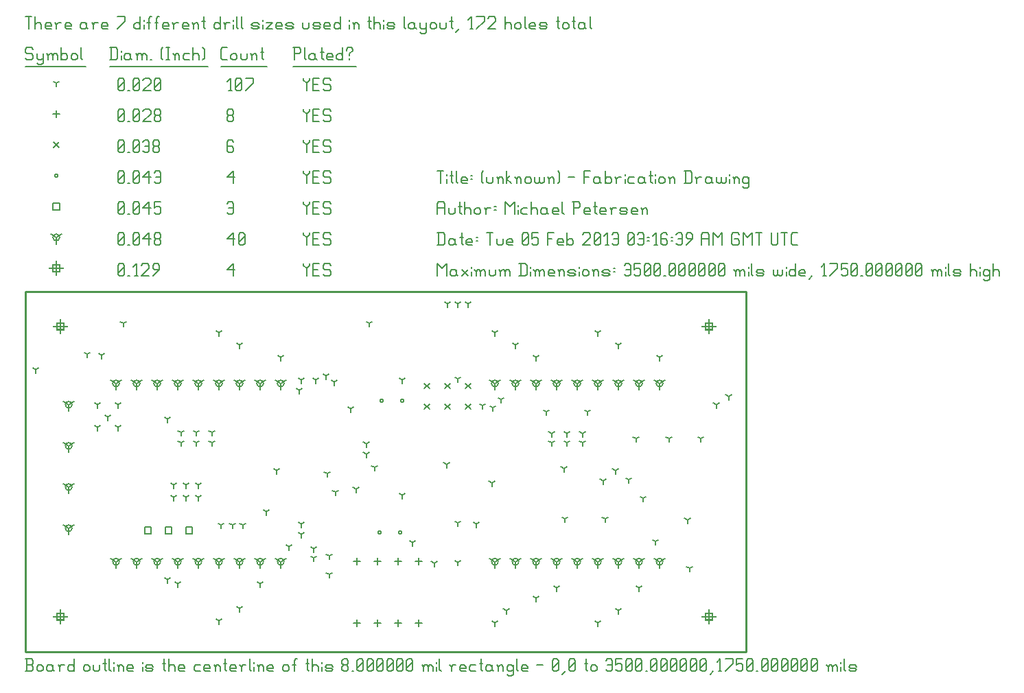
<source format=gbr>
G04 start of page 12 for group -3984 idx -3984 *
G04 Title: (unknown), fab *
G04 Creator: pcb 20110918 *
G04 CreationDate: Tue 05 Feb 2013 03:16:39 AM GMT UTC *
G04 For: railfan *
G04 Format: Gerber/RS-274X *
G04 PCB-Dimensions: 350000 175000 *
G04 PCB-Coordinate-Origin: lower left *
%MOIN*%
%FSLAX25Y25*%
%LNFAB*%
%ADD90C,0.0100*%
%ADD89C,0.0060*%
%ADD88R,0.0080X0.0080*%
G54D88*X17000Y20200D02*Y13800D01*
X13800Y17000D02*X20200D01*
X15400Y18600D02*X18600D01*
X15400D02*Y15400D01*
X18600D01*
Y18600D02*Y15400D01*
X332000Y20200D02*Y13800D01*
X328800Y17000D02*X335200D01*
X330400Y18600D02*X333600D01*
X330400D02*Y15400D01*
X333600D01*
Y18600D02*Y15400D01*
X332000Y161200D02*Y154800D01*
X328800Y158000D02*X335200D01*
X330400Y159600D02*X333600D01*
X330400D02*Y156400D01*
X333600D01*
Y159600D02*Y156400D01*
X17000Y161200D02*Y154800D01*
X13800Y158000D02*X20200D01*
X15400Y159600D02*X18600D01*
X15400D02*Y156400D01*
X18600D01*
Y159600D02*Y156400D01*
X15000Y189450D02*Y183050D01*
X11800Y186250D02*X18200D01*
X13400Y187850D02*X16600D01*
X13400D02*Y184650D01*
X16600D01*
Y187850D02*Y184650D01*
G54D89*X135000Y188500D02*Y187750D01*
X136500Y186250D01*
X138000Y187750D01*
Y188500D02*Y187750D01*
X136500Y186250D02*Y182500D01*
X139800Y185500D02*X142050D01*
X139800Y182500D02*X142800D01*
X139800Y188500D02*Y182500D01*
Y188500D02*X142800D01*
X147600D02*X148350Y187750D01*
X145350Y188500D02*X147600D01*
X144600Y187750D02*X145350Y188500D01*
X144600Y187750D02*Y186250D01*
X145350Y185500D01*
X147600D01*
X148350Y184750D01*
Y183250D01*
X147600Y182500D02*X148350Y183250D01*
X145350Y182500D02*X147600D01*
X144600Y183250D02*X145350Y182500D01*
X98000Y185500D02*X101000Y188500D01*
X98000Y185500D02*X101750D01*
X101000Y188500D02*Y182500D01*
X45000Y183250D02*X45750Y182500D01*
X45000Y187750D02*Y183250D01*
Y187750D02*X45750Y188500D01*
X47250D01*
X48000Y187750D01*
Y183250D01*
X47250Y182500D02*X48000Y183250D01*
X45750Y182500D02*X47250D01*
X45000Y184000D02*X48000Y187000D01*
X49800Y182500D02*X50550D01*
X53100D02*X54600D01*
X53850Y188500D02*Y182500D01*
X52350Y187000D02*X53850Y188500D01*
X56400Y187750D02*X57150Y188500D01*
X59400D01*
X60150Y187750D01*
Y186250D01*
X56400Y182500D02*X60150Y186250D01*
X56400Y182500D02*X60150D01*
X61950D02*X64950Y185500D01*
Y187750D02*Y185500D01*
X64200Y188500D02*X64950Y187750D01*
X62700Y188500D02*X64200D01*
X61950Y187750D02*X62700Y188500D01*
X61950Y187750D02*Y186250D01*
X62700Y185500D01*
X64950D01*
X308000Y43700D02*Y40500D01*
Y43700D02*X310773Y45300D01*
X308000Y43700D02*X305227Y45300D01*
X306400Y43700D02*G75*G03X309600Y43700I1600J0D01*G01*
G75*G03X306400Y43700I-1600J0D01*G01*
X298000D02*Y40500D01*
Y43700D02*X300773Y45300D01*
X298000Y43700D02*X295227Y45300D01*
X296400Y43700D02*G75*G03X299600Y43700I1600J0D01*G01*
G75*G03X296400Y43700I-1600J0D01*G01*
X288000D02*Y40500D01*
Y43700D02*X290773Y45300D01*
X288000Y43700D02*X285227Y45300D01*
X286400Y43700D02*G75*G03X289600Y43700I1600J0D01*G01*
G75*G03X286400Y43700I-1600J0D01*G01*
X278000D02*Y40500D01*
Y43700D02*X280773Y45300D01*
X278000Y43700D02*X275227Y45300D01*
X276400Y43700D02*G75*G03X279600Y43700I1600J0D01*G01*
G75*G03X276400Y43700I-1600J0D01*G01*
X268000D02*Y40500D01*
Y43700D02*X270773Y45300D01*
X268000Y43700D02*X265227Y45300D01*
X266400Y43700D02*G75*G03X269600Y43700I1600J0D01*G01*
G75*G03X266400Y43700I-1600J0D01*G01*
X258000D02*Y40500D01*
Y43700D02*X260773Y45300D01*
X258000Y43700D02*X255227Y45300D01*
X256400Y43700D02*G75*G03X259600Y43700I1600J0D01*G01*
G75*G03X256400Y43700I-1600J0D01*G01*
X248000D02*Y40500D01*
Y43700D02*X250773Y45300D01*
X248000Y43700D02*X245227Y45300D01*
X246400Y43700D02*G75*G03X249600Y43700I1600J0D01*G01*
G75*G03X246400Y43700I-1600J0D01*G01*
X238000D02*Y40500D01*
Y43700D02*X240773Y45300D01*
X238000Y43700D02*X235227Y45300D01*
X236400Y43700D02*G75*G03X239600Y43700I1600J0D01*G01*
G75*G03X236400Y43700I-1600J0D01*G01*
X228000D02*Y40500D01*
Y43700D02*X230773Y45300D01*
X228000Y43700D02*X225227Y45300D01*
X226400Y43700D02*G75*G03X229600Y43700I1600J0D01*G01*
G75*G03X226400Y43700I-1600J0D01*G01*
X308000Y130300D02*Y127100D01*
Y130300D02*X310773Y131900D01*
X308000Y130300D02*X305227Y131900D01*
X306400Y130300D02*G75*G03X309600Y130300I1600J0D01*G01*
G75*G03X306400Y130300I-1600J0D01*G01*
X298000D02*Y127100D01*
Y130300D02*X300773Y131900D01*
X298000Y130300D02*X295227Y131900D01*
X296400Y130300D02*G75*G03X299600Y130300I1600J0D01*G01*
G75*G03X296400Y130300I-1600J0D01*G01*
X288000D02*Y127100D01*
Y130300D02*X290773Y131900D01*
X288000Y130300D02*X285227Y131900D01*
X286400Y130300D02*G75*G03X289600Y130300I1600J0D01*G01*
G75*G03X286400Y130300I-1600J0D01*G01*
X278000D02*Y127100D01*
Y130300D02*X280773Y131900D01*
X278000Y130300D02*X275227Y131900D01*
X276400Y130300D02*G75*G03X279600Y130300I1600J0D01*G01*
G75*G03X276400Y130300I-1600J0D01*G01*
X268000D02*Y127100D01*
Y130300D02*X270773Y131900D01*
X268000Y130300D02*X265227Y131900D01*
X266400Y130300D02*G75*G03X269600Y130300I1600J0D01*G01*
G75*G03X266400Y130300I-1600J0D01*G01*
X258000D02*Y127100D01*
Y130300D02*X260773Y131900D01*
X258000Y130300D02*X255227Y131900D01*
X256400Y130300D02*G75*G03X259600Y130300I1600J0D01*G01*
G75*G03X256400Y130300I-1600J0D01*G01*
X248000D02*Y127100D01*
Y130300D02*X250773Y131900D01*
X248000Y130300D02*X245227Y131900D01*
X246400Y130300D02*G75*G03X249600Y130300I1600J0D01*G01*
G75*G03X246400Y130300I-1600J0D01*G01*
X238000D02*Y127100D01*
Y130300D02*X240773Y131900D01*
X238000Y130300D02*X235227Y131900D01*
X236400Y130300D02*G75*G03X239600Y130300I1600J0D01*G01*
G75*G03X236400Y130300I-1600J0D01*G01*
X228000D02*Y127100D01*
Y130300D02*X230773Y131900D01*
X228000Y130300D02*X225227Y131900D01*
X226400Y130300D02*G75*G03X229600Y130300I1600J0D01*G01*
G75*G03X226400Y130300I-1600J0D01*G01*
X21000Y120000D02*Y116800D01*
Y120000D02*X23773Y121600D01*
X21000Y120000D02*X18227Y121600D01*
X19400Y120000D02*G75*G03X22600Y120000I1600J0D01*G01*
G75*G03X19400Y120000I-1600J0D01*G01*
X21000Y100000D02*Y96800D01*
Y100000D02*X23773Y101600D01*
X21000Y100000D02*X18227Y101600D01*
X19400Y100000D02*G75*G03X22600Y100000I1600J0D01*G01*
G75*G03X19400Y100000I-1600J0D01*G01*
X21000Y80000D02*Y76800D01*
Y80000D02*X23773Y81600D01*
X21000Y80000D02*X18227Y81600D01*
X19400Y80000D02*G75*G03X22600Y80000I1600J0D01*G01*
G75*G03X19400Y80000I-1600J0D01*G01*
X21000Y60000D02*Y56800D01*
Y60000D02*X23773Y61600D01*
X21000Y60000D02*X18227Y61600D01*
X19400Y60000D02*G75*G03X22600Y60000I1600J0D01*G01*
G75*G03X19400Y60000I-1600J0D01*G01*
X124000Y43700D02*Y40500D01*
Y43700D02*X126773Y45300D01*
X124000Y43700D02*X121227Y45300D01*
X122400Y43700D02*G75*G03X125600Y43700I1600J0D01*G01*
G75*G03X122400Y43700I-1600J0D01*G01*
X114000D02*Y40500D01*
Y43700D02*X116773Y45300D01*
X114000Y43700D02*X111227Y45300D01*
X112400Y43700D02*G75*G03X115600Y43700I1600J0D01*G01*
G75*G03X112400Y43700I-1600J0D01*G01*
X104000D02*Y40500D01*
Y43700D02*X106773Y45300D01*
X104000Y43700D02*X101227Y45300D01*
X102400Y43700D02*G75*G03X105600Y43700I1600J0D01*G01*
G75*G03X102400Y43700I-1600J0D01*G01*
X94000D02*Y40500D01*
Y43700D02*X96773Y45300D01*
X94000Y43700D02*X91227Y45300D01*
X92400Y43700D02*G75*G03X95600Y43700I1600J0D01*G01*
G75*G03X92400Y43700I-1600J0D01*G01*
X84000D02*Y40500D01*
Y43700D02*X86773Y45300D01*
X84000Y43700D02*X81227Y45300D01*
X82400Y43700D02*G75*G03X85600Y43700I1600J0D01*G01*
G75*G03X82400Y43700I-1600J0D01*G01*
X74000D02*Y40500D01*
Y43700D02*X76773Y45300D01*
X74000Y43700D02*X71227Y45300D01*
X72400Y43700D02*G75*G03X75600Y43700I1600J0D01*G01*
G75*G03X72400Y43700I-1600J0D01*G01*
X64000D02*Y40500D01*
Y43700D02*X66773Y45300D01*
X64000Y43700D02*X61227Y45300D01*
X62400Y43700D02*G75*G03X65600Y43700I1600J0D01*G01*
G75*G03X62400Y43700I-1600J0D01*G01*
X54000D02*Y40500D01*
Y43700D02*X56773Y45300D01*
X54000Y43700D02*X51227Y45300D01*
X52400Y43700D02*G75*G03X55600Y43700I1600J0D01*G01*
G75*G03X52400Y43700I-1600J0D01*G01*
X44000D02*Y40500D01*
Y43700D02*X46773Y45300D01*
X44000Y43700D02*X41227Y45300D01*
X42400Y43700D02*G75*G03X45600Y43700I1600J0D01*G01*
G75*G03X42400Y43700I-1600J0D01*G01*
X124000Y130300D02*Y127100D01*
Y130300D02*X126773Y131900D01*
X124000Y130300D02*X121227Y131900D01*
X122400Y130300D02*G75*G03X125600Y130300I1600J0D01*G01*
G75*G03X122400Y130300I-1600J0D01*G01*
X114000D02*Y127100D01*
Y130300D02*X116773Y131900D01*
X114000Y130300D02*X111227Y131900D01*
X112400Y130300D02*G75*G03X115600Y130300I1600J0D01*G01*
G75*G03X112400Y130300I-1600J0D01*G01*
X104000D02*Y127100D01*
Y130300D02*X106773Y131900D01*
X104000Y130300D02*X101227Y131900D01*
X102400Y130300D02*G75*G03X105600Y130300I1600J0D01*G01*
G75*G03X102400Y130300I-1600J0D01*G01*
X94000D02*Y127100D01*
Y130300D02*X96773Y131900D01*
X94000Y130300D02*X91227Y131900D01*
X92400Y130300D02*G75*G03X95600Y130300I1600J0D01*G01*
G75*G03X92400Y130300I-1600J0D01*G01*
X84000D02*Y127100D01*
Y130300D02*X86773Y131900D01*
X84000Y130300D02*X81227Y131900D01*
X82400Y130300D02*G75*G03X85600Y130300I1600J0D01*G01*
G75*G03X82400Y130300I-1600J0D01*G01*
X74000D02*Y127100D01*
Y130300D02*X76773Y131900D01*
X74000Y130300D02*X71227Y131900D01*
X72400Y130300D02*G75*G03X75600Y130300I1600J0D01*G01*
G75*G03X72400Y130300I-1600J0D01*G01*
X64000D02*Y127100D01*
Y130300D02*X66773Y131900D01*
X64000Y130300D02*X61227Y131900D01*
X62400Y130300D02*G75*G03X65600Y130300I1600J0D01*G01*
G75*G03X62400Y130300I-1600J0D01*G01*
X54000D02*Y127100D01*
Y130300D02*X56773Y131900D01*
X54000Y130300D02*X51227Y131900D01*
X52400Y130300D02*G75*G03X55600Y130300I1600J0D01*G01*
G75*G03X52400Y130300I-1600J0D01*G01*
X44000D02*Y127100D01*
Y130300D02*X46773Y131900D01*
X44000Y130300D02*X41227Y131900D01*
X42400Y130300D02*G75*G03X45600Y130300I1600J0D01*G01*
G75*G03X42400Y130300I-1600J0D01*G01*
X15000Y201250D02*Y198050D01*
Y201250D02*X17773Y202850D01*
X15000Y201250D02*X12227Y202850D01*
X13400Y201250D02*G75*G03X16600Y201250I1600J0D01*G01*
G75*G03X13400Y201250I-1600J0D01*G01*
X135000Y203500D02*Y202750D01*
X136500Y201250D01*
X138000Y202750D01*
Y203500D02*Y202750D01*
X136500Y201250D02*Y197500D01*
X139800Y200500D02*X142050D01*
X139800Y197500D02*X142800D01*
X139800Y203500D02*Y197500D01*
Y203500D02*X142800D01*
X147600D02*X148350Y202750D01*
X145350Y203500D02*X147600D01*
X144600Y202750D02*X145350Y203500D01*
X144600Y202750D02*Y201250D01*
X145350Y200500D01*
X147600D01*
X148350Y199750D01*
Y198250D01*
X147600Y197500D02*X148350Y198250D01*
X145350Y197500D02*X147600D01*
X144600Y198250D02*X145350Y197500D01*
X98000Y200500D02*X101000Y203500D01*
X98000Y200500D02*X101750D01*
X101000Y203500D02*Y197500D01*
X103550Y198250D02*X104300Y197500D01*
X103550Y202750D02*Y198250D01*
Y202750D02*X104300Y203500D01*
X105800D01*
X106550Y202750D01*
Y198250D01*
X105800Y197500D02*X106550Y198250D01*
X104300Y197500D02*X105800D01*
X103550Y199000D02*X106550Y202000D01*
X45000Y198250D02*X45750Y197500D01*
X45000Y202750D02*Y198250D01*
Y202750D02*X45750Y203500D01*
X47250D01*
X48000Y202750D01*
Y198250D01*
X47250Y197500D02*X48000Y198250D01*
X45750Y197500D02*X47250D01*
X45000Y199000D02*X48000Y202000D01*
X49800Y197500D02*X50550D01*
X52350Y198250D02*X53100Y197500D01*
X52350Y202750D02*Y198250D01*
Y202750D02*X53100Y203500D01*
X54600D01*
X55350Y202750D01*
Y198250D01*
X54600Y197500D02*X55350Y198250D01*
X53100Y197500D02*X54600D01*
X52350Y199000D02*X55350Y202000D01*
X57150Y200500D02*X60150Y203500D01*
X57150Y200500D02*X60900D01*
X60150Y203500D02*Y197500D01*
X62700Y198250D02*X63450Y197500D01*
X62700Y199750D02*Y198250D01*
Y199750D02*X63450Y200500D01*
X64950D01*
X65700Y199750D01*
Y198250D01*
X64950Y197500D02*X65700Y198250D01*
X63450Y197500D02*X64950D01*
X62700Y201250D02*X63450Y200500D01*
X62700Y202750D02*Y201250D01*
Y202750D02*X63450Y203500D01*
X64950D01*
X65700Y202750D01*
Y201250D01*
X64950Y200500D02*X65700Y201250D01*
X77900Y60600D02*X81100D01*
X77900D02*Y57400D01*
X81100D01*
Y60600D02*Y57400D01*
X67900Y60600D02*X71100D01*
X67900D02*Y57400D01*
X71100D01*
Y60600D02*Y57400D01*
X57900Y60600D02*X61100D01*
X57900D02*Y57400D01*
X61100D01*
Y60600D02*Y57400D01*
X13400Y217850D02*X16600D01*
X13400D02*Y214650D01*
X16600D01*
Y217850D02*Y214650D01*
X135000Y218500D02*Y217750D01*
X136500Y216250D01*
X138000Y217750D01*
Y218500D02*Y217750D01*
X136500Y216250D02*Y212500D01*
X139800Y215500D02*X142050D01*
X139800Y212500D02*X142800D01*
X139800Y218500D02*Y212500D01*
Y218500D02*X142800D01*
X147600D02*X148350Y217750D01*
X145350Y218500D02*X147600D01*
X144600Y217750D02*X145350Y218500D01*
X144600Y217750D02*Y216250D01*
X145350Y215500D01*
X147600D01*
X148350Y214750D01*
Y213250D01*
X147600Y212500D02*X148350Y213250D01*
X145350Y212500D02*X147600D01*
X144600Y213250D02*X145350Y212500D01*
X98000Y217750D02*X98750Y218500D01*
X100250D01*
X101000Y217750D01*
Y213250D01*
X100250Y212500D02*X101000Y213250D01*
X98750Y212500D02*X100250D01*
X98000Y213250D02*X98750Y212500D01*
Y215500D02*X101000D01*
X45000Y213250D02*X45750Y212500D01*
X45000Y217750D02*Y213250D01*
Y217750D02*X45750Y218500D01*
X47250D01*
X48000Y217750D01*
Y213250D01*
X47250Y212500D02*X48000Y213250D01*
X45750Y212500D02*X47250D01*
X45000Y214000D02*X48000Y217000D01*
X49800Y212500D02*X50550D01*
X52350Y213250D02*X53100Y212500D01*
X52350Y217750D02*Y213250D01*
Y217750D02*X53100Y218500D01*
X54600D01*
X55350Y217750D01*
Y213250D01*
X54600Y212500D02*X55350Y213250D01*
X53100Y212500D02*X54600D01*
X52350Y214000D02*X55350Y217000D01*
X57150Y215500D02*X60150Y218500D01*
X57150Y215500D02*X60900D01*
X60150Y218500D02*Y212500D01*
X62700Y218500D02*X65700D01*
X62700D02*Y215500D01*
X63450Y216250D01*
X64950D01*
X65700Y215500D01*
Y213250D01*
X64950Y212500D02*X65700Y213250D01*
X63450Y212500D02*X64950D01*
X62700Y213250D02*X63450Y212500D01*
X172200Y122000D02*G75*G03X173800Y122000I800J0D01*G01*
G75*G03X172200Y122000I-800J0D01*G01*
X182200D02*G75*G03X183800Y122000I800J0D01*G01*
G75*G03X182200Y122000I-800J0D01*G01*
X181200Y58000D02*G75*G03X182800Y58000I800J0D01*G01*
G75*G03X181200Y58000I-800J0D01*G01*
X171200D02*G75*G03X172800Y58000I800J0D01*G01*
G75*G03X171200Y58000I-800J0D01*G01*
X14200Y231250D02*G75*G03X15800Y231250I800J0D01*G01*
G75*G03X14200Y231250I-800J0D01*G01*
X135000Y233500D02*Y232750D01*
X136500Y231250D01*
X138000Y232750D01*
Y233500D02*Y232750D01*
X136500Y231250D02*Y227500D01*
X139800Y230500D02*X142050D01*
X139800Y227500D02*X142800D01*
X139800Y233500D02*Y227500D01*
Y233500D02*X142800D01*
X147600D02*X148350Y232750D01*
X145350Y233500D02*X147600D01*
X144600Y232750D02*X145350Y233500D01*
X144600Y232750D02*Y231250D01*
X145350Y230500D01*
X147600D01*
X148350Y229750D01*
Y228250D01*
X147600Y227500D02*X148350Y228250D01*
X145350Y227500D02*X147600D01*
X144600Y228250D02*X145350Y227500D01*
X98000Y230500D02*X101000Y233500D01*
X98000Y230500D02*X101750D01*
X101000Y233500D02*Y227500D01*
X45000Y228250D02*X45750Y227500D01*
X45000Y232750D02*Y228250D01*
Y232750D02*X45750Y233500D01*
X47250D01*
X48000Y232750D01*
Y228250D01*
X47250Y227500D02*X48000Y228250D01*
X45750Y227500D02*X47250D01*
X45000Y229000D02*X48000Y232000D01*
X49800Y227500D02*X50550D01*
X52350Y228250D02*X53100Y227500D01*
X52350Y232750D02*Y228250D01*
Y232750D02*X53100Y233500D01*
X54600D01*
X55350Y232750D01*
Y228250D01*
X54600Y227500D02*X55350Y228250D01*
X53100Y227500D02*X54600D01*
X52350Y229000D02*X55350Y232000D01*
X57150Y230500D02*X60150Y233500D01*
X57150Y230500D02*X60900D01*
X60150Y233500D02*Y227500D01*
X62700Y232750D02*X63450Y233500D01*
X64950D01*
X65700Y232750D01*
Y228250D01*
X64950Y227500D02*X65700Y228250D01*
X63450Y227500D02*X64950D01*
X62700Y228250D02*X63450Y227500D01*
Y230500D02*X65700D01*
X193800Y120200D02*X196200Y117800D01*
X193800D02*X196200Y120200D01*
X203800D02*X206200Y117800D01*
X203800D02*X206200Y120200D01*
X213800D02*X216200Y117800D01*
X213800D02*X216200Y120200D01*
X193800Y130200D02*X196200Y127800D01*
X193800D02*X196200Y130200D01*
X203800D02*X206200Y127800D01*
X203800D02*X206200Y130200D01*
X213800D02*X216200Y127800D01*
X213800D02*X216200Y130200D01*
X13800Y247450D02*X16200Y245050D01*
X13800D02*X16200Y247450D01*
X135000Y248500D02*Y247750D01*
X136500Y246250D01*
X138000Y247750D01*
Y248500D02*Y247750D01*
X136500Y246250D02*Y242500D01*
X139800Y245500D02*X142050D01*
X139800Y242500D02*X142800D01*
X139800Y248500D02*Y242500D01*
Y248500D02*X142800D01*
X147600D02*X148350Y247750D01*
X145350Y248500D02*X147600D01*
X144600Y247750D02*X145350Y248500D01*
X144600Y247750D02*Y246250D01*
X145350Y245500D01*
X147600D01*
X148350Y244750D01*
Y243250D01*
X147600Y242500D02*X148350Y243250D01*
X145350Y242500D02*X147600D01*
X144600Y243250D02*X145350Y242500D01*
X100250Y248500D02*X101000Y247750D01*
X98750Y248500D02*X100250D01*
X98000Y247750D02*X98750Y248500D01*
X98000Y247750D02*Y243250D01*
X98750Y242500D01*
X100250Y245500D02*X101000Y244750D01*
X98000Y245500D02*X100250D01*
X98750Y242500D02*X100250D01*
X101000Y243250D01*
Y244750D02*Y243250D01*
X45000D02*X45750Y242500D01*
X45000Y247750D02*Y243250D01*
Y247750D02*X45750Y248500D01*
X47250D01*
X48000Y247750D01*
Y243250D01*
X47250Y242500D02*X48000Y243250D01*
X45750Y242500D02*X47250D01*
X45000Y244000D02*X48000Y247000D01*
X49800Y242500D02*X50550D01*
X52350Y243250D02*X53100Y242500D01*
X52350Y247750D02*Y243250D01*
Y247750D02*X53100Y248500D01*
X54600D01*
X55350Y247750D01*
Y243250D01*
X54600Y242500D02*X55350Y243250D01*
X53100Y242500D02*X54600D01*
X52350Y244000D02*X55350Y247000D01*
X57150Y247750D02*X57900Y248500D01*
X59400D01*
X60150Y247750D01*
Y243250D01*
X59400Y242500D02*X60150Y243250D01*
X57900Y242500D02*X59400D01*
X57150Y243250D02*X57900Y242500D01*
Y245500D02*X60150D01*
X61950Y243250D02*X62700Y242500D01*
X61950Y244750D02*Y243250D01*
Y244750D02*X62700Y245500D01*
X64200D01*
X64950Y244750D01*
Y243250D01*
X64200Y242500D02*X64950Y243250D01*
X62700Y242500D02*X64200D01*
X61950Y246250D02*X62700Y245500D01*
X61950Y247750D02*Y246250D01*
Y247750D02*X62700Y248500D01*
X64200D01*
X64950Y247750D01*
Y246250D01*
X64200Y245500D02*X64950Y246250D01*
X191000Y45600D02*Y42400D01*
X189400Y44000D02*X192600D01*
X181000Y45600D02*Y42400D01*
X179400Y44000D02*X182600D01*
X171000Y45600D02*Y42400D01*
X169400Y44000D02*X172600D01*
X161000Y45600D02*Y42400D01*
X159400Y44000D02*X162600D01*
X161000Y15600D02*Y12400D01*
X159400Y14000D02*X162600D01*
X171000Y15600D02*Y12400D01*
X169400Y14000D02*X172600D01*
X181000Y15600D02*Y12400D01*
X179400Y14000D02*X182600D01*
X191000Y15600D02*Y12400D01*
X189400Y14000D02*X192600D01*
X15000Y262850D02*Y259650D01*
X13400Y261250D02*X16600D01*
X135000Y263500D02*Y262750D01*
X136500Y261250D01*
X138000Y262750D01*
Y263500D02*Y262750D01*
X136500Y261250D02*Y257500D01*
X139800Y260500D02*X142050D01*
X139800Y257500D02*X142800D01*
X139800Y263500D02*Y257500D01*
Y263500D02*X142800D01*
X147600D02*X148350Y262750D01*
X145350Y263500D02*X147600D01*
X144600Y262750D02*X145350Y263500D01*
X144600Y262750D02*Y261250D01*
X145350Y260500D01*
X147600D01*
X148350Y259750D01*
Y258250D01*
X147600Y257500D02*X148350Y258250D01*
X145350Y257500D02*X147600D01*
X144600Y258250D02*X145350Y257500D01*
X98000Y258250D02*X98750Y257500D01*
X98000Y259750D02*Y258250D01*
Y259750D02*X98750Y260500D01*
X100250D01*
X101000Y259750D01*
Y258250D01*
X100250Y257500D02*X101000Y258250D01*
X98750Y257500D02*X100250D01*
X98000Y261250D02*X98750Y260500D01*
X98000Y262750D02*Y261250D01*
Y262750D02*X98750Y263500D01*
X100250D01*
X101000Y262750D01*
Y261250D01*
X100250Y260500D02*X101000Y261250D01*
X45000Y258250D02*X45750Y257500D01*
X45000Y262750D02*Y258250D01*
Y262750D02*X45750Y263500D01*
X47250D01*
X48000Y262750D01*
Y258250D01*
X47250Y257500D02*X48000Y258250D01*
X45750Y257500D02*X47250D01*
X45000Y259000D02*X48000Y262000D01*
X49800Y257500D02*X50550D01*
X52350Y258250D02*X53100Y257500D01*
X52350Y262750D02*Y258250D01*
Y262750D02*X53100Y263500D01*
X54600D01*
X55350Y262750D01*
Y258250D01*
X54600Y257500D02*X55350Y258250D01*
X53100Y257500D02*X54600D01*
X52350Y259000D02*X55350Y262000D01*
X57150Y262750D02*X57900Y263500D01*
X60150D01*
X60900Y262750D01*
Y261250D01*
X57150Y257500D02*X60900Y261250D01*
X57150Y257500D02*X60900D01*
X62700Y258250D02*X63450Y257500D01*
X62700Y259750D02*Y258250D01*
Y259750D02*X63450Y260500D01*
X64950D01*
X65700Y259750D01*
Y258250D01*
X64950Y257500D02*X65700Y258250D01*
X63450Y257500D02*X64950D01*
X62700Y261250D02*X63450Y260500D01*
X62700Y262750D02*Y261250D01*
Y262750D02*X63450Y263500D01*
X64950D01*
X65700Y262750D01*
Y261250D01*
X64950Y260500D02*X65700Y261250D01*
X210000Y43394D02*Y41794D01*
Y43394D02*X211387Y44194D01*
X210000Y43394D02*X208613Y44194D01*
X210000Y62606D02*Y61006D01*
Y62606D02*X211387Y63406D01*
X210000Y62606D02*X208613Y63406D01*
X270500Y106000D02*Y104400D01*
Y106000D02*X271887Y106800D01*
X270500Y106000D02*X269113Y106800D01*
X255500Y106000D02*Y104400D01*
Y106000D02*X256887Y106800D01*
X255500Y106000D02*X254113Y106800D01*
X263000Y106000D02*Y104400D01*
Y106000D02*X264387Y106800D01*
X263000Y106000D02*X261613Y106800D01*
X270500Y101500D02*Y99900D01*
Y101500D02*X271887Y102300D01*
X270500Y101500D02*X269113Y102300D01*
X255500Y101500D02*Y99900D01*
Y101500D02*X256887Y102300D01*
X255500Y101500D02*X254113Y102300D01*
X263000Y101500D02*Y99900D01*
Y101500D02*X264387Y102300D01*
X263000Y101500D02*X261613Y102300D01*
X35000Y120000D02*Y118400D01*
Y120000D02*X36387Y120800D01*
X35000Y120000D02*X33613Y120800D01*
X35000Y109000D02*Y107400D01*
Y109000D02*X36387Y109800D01*
X35000Y109000D02*X33613Y109800D01*
X45000Y120000D02*Y118400D01*
Y120000D02*X46387Y120800D01*
X45000Y120000D02*X43613Y120800D01*
X45000Y109000D02*Y107400D01*
Y109000D02*X46387Y109800D01*
X45000Y109000D02*X43613Y109800D01*
X40000Y114000D02*Y112400D01*
Y114000D02*X41387Y114800D01*
X40000Y114000D02*X38613Y114800D01*
X308000Y143000D02*Y141400D01*
Y143000D02*X309387Y143800D01*
X308000Y143000D02*X306613Y143800D01*
X90500Y106500D02*Y104900D01*
Y106500D02*X91887Y107300D01*
X90500Y106500D02*X89113Y107300D01*
X75500Y106500D02*Y104900D01*
Y106500D02*X76887Y107300D01*
X75500Y106500D02*X74113Y107300D01*
X83000Y106500D02*Y104900D01*
Y106500D02*X84387Y107300D01*
X83000Y106500D02*X81613Y107300D01*
X90500Y101500D02*Y99900D01*
Y101500D02*X91887Y102300D01*
X90500Y101500D02*X89113Y102300D01*
X75500Y101500D02*Y99900D01*
Y101500D02*X76887Y102300D01*
X75500Y101500D02*X74113Y102300D01*
X83000Y101500D02*Y99900D01*
Y101500D02*X84387Y102300D01*
X83000Y101500D02*X81613Y102300D01*
X84000Y81000D02*Y79400D01*
Y81000D02*X85387Y81800D01*
X84000Y81000D02*X82613Y81800D01*
X84000Y75000D02*Y73400D01*
Y75000D02*X85387Y75800D01*
X84000Y75000D02*X82613Y75800D01*
X78000Y75000D02*Y73400D01*
Y75000D02*X79387Y75800D01*
X78000Y75000D02*X76613Y75800D01*
X72000Y75000D02*Y73400D01*
Y75000D02*X73387Y75800D01*
X72000Y75000D02*X70613Y75800D01*
X72000Y81000D02*Y79400D01*
Y81000D02*X73387Y81800D01*
X72000Y81000D02*X70613Y81800D01*
X78000Y81000D02*Y79400D01*
Y81000D02*X79387Y81800D01*
X78000Y81000D02*X76613Y81800D01*
X150500Y77500D02*Y75900D01*
Y77500D02*X151887Y78300D01*
X150500Y77500D02*X149113Y78300D01*
X165500Y101000D02*Y99400D01*
Y101000D02*X166887Y101800D01*
X165500Y101000D02*X164113Y101800D01*
X165500Y96000D02*Y94400D01*
Y96000D02*X166887Y96800D01*
X165500Y96000D02*X164113Y96800D01*
X160500Y79000D02*Y77400D01*
Y79000D02*X161887Y79800D01*
X160500Y79000D02*X159113Y79800D01*
X188000Y53000D02*Y51400D01*
Y53000D02*X189387Y53800D01*
X188000Y53000D02*X186613Y53800D01*
X253000Y116500D02*Y114900D01*
Y116500D02*X254387Y117300D01*
X253000Y116500D02*X251613Y117300D01*
X146000Y134000D02*Y132400D01*
Y134000D02*X147387Y134800D01*
X146000Y134000D02*X144613Y134800D01*
X141000Y132000D02*Y130400D01*
Y132000D02*X142387Y132800D01*
X141000Y132000D02*X139613Y132800D01*
X140000Y50000D02*Y48400D01*
Y50000D02*X141387Y50800D01*
X140000Y50000D02*X138613Y50800D01*
X140000Y45500D02*Y43900D01*
Y45500D02*X141387Y46300D01*
X140000Y45500D02*X138613Y46300D01*
X134000Y62000D02*Y60400D01*
Y62000D02*X135387Y62800D01*
X134000Y62000D02*X132613Y62800D01*
X134000Y57000D02*Y55400D01*
Y57000D02*X135387Y57800D01*
X134000Y57000D02*X132613Y57800D01*
X95000Y61500D02*Y59900D01*
Y61500D02*X96387Y62300D01*
X95000Y61500D02*X93613Y62300D01*
X100500Y61500D02*Y59900D01*
Y61500D02*X101887Y62300D01*
X100500Y61500D02*X99113Y62300D01*
X105500Y61500D02*Y59900D01*
Y61500D02*X106887Y62300D01*
X105500Y61500D02*X104113Y62300D01*
X69000Y113000D02*Y111400D01*
Y113000D02*X70387Y113800D01*
X69000Y113000D02*X67613Y113800D01*
X133000Y127000D02*Y125400D01*
Y127000D02*X134387Y127800D01*
X133000Y127000D02*X131613Y127800D01*
X117000Y68000D02*Y66400D01*
Y68000D02*X118387Y68800D01*
X117000Y68000D02*X115613Y68800D01*
X122000Y88000D02*Y86400D01*
Y88000D02*X123387Y88800D01*
X122000Y88000D02*X120613Y88800D01*
X158000Y118000D02*Y116400D01*
Y118000D02*X159387Y118800D01*
X158000Y118000D02*X156613Y118800D01*
X150000Y131000D02*Y129400D01*
Y131000D02*X151387Y131800D01*
X150000Y131000D02*X148613Y131800D01*
X167000Y159500D02*Y157900D01*
Y159500D02*X168387Y160300D01*
X167000Y159500D02*X165613Y160300D01*
X215000Y169000D02*Y167400D01*
Y169000D02*X216387Y169800D01*
X215000Y169000D02*X213613Y169800D01*
X210000Y169000D02*Y167400D01*
Y169000D02*X211387Y169800D01*
X210000Y169000D02*X208613Y169800D01*
X205000Y169000D02*Y167400D01*
Y169000D02*X206387Y169800D01*
X205000Y169000D02*X203613Y169800D01*
X183000Y132000D02*Y130400D01*
Y132000D02*X184387Y132800D01*
X183000Y132000D02*X181613Y132800D01*
X210000Y132500D02*Y130900D01*
Y132500D02*X211387Y133300D01*
X210000Y132500D02*X208613Y133300D01*
X128000Y51000D02*Y49400D01*
Y51000D02*X129387Y51800D01*
X128000Y51000D02*X126613Y51800D01*
X134000Y132000D02*Y130400D01*
Y132000D02*X135387Y132800D01*
X134000Y132000D02*X132613Y132800D01*
X183000Y76000D02*Y74400D01*
Y76000D02*X184387Y76800D01*
X183000Y76000D02*X181613Y76800D01*
X273000Y116500D02*Y114900D01*
Y116500D02*X274387Y117300D01*
X273000Y116500D02*X271613Y117300D01*
X296500Y103500D02*Y101900D01*
Y103500D02*X297887Y104300D01*
X296500Y103500D02*X295113Y104300D01*
X312500Y103500D02*Y101900D01*
Y103500D02*X313887Y104300D01*
X312500Y103500D02*X311113Y104300D01*
X328000Y103500D02*Y101900D01*
Y103500D02*X329387Y104300D01*
X328000Y103500D02*X326613Y104300D01*
X226500Y82000D02*Y80400D01*
Y82000D02*X227887Y82800D01*
X226500Y82000D02*X225113Y82800D01*
X262000Y64500D02*Y62900D01*
Y64500D02*X263387Y65300D01*
X262000Y64500D02*X260613Y65300D01*
X281500Y64500D02*Y62900D01*
Y64500D02*X282887Y65300D01*
X281500Y64500D02*X280113Y65300D01*
X222000Y119500D02*Y117900D01*
Y119500D02*X223387Y120300D01*
X222000Y119500D02*X220613Y120300D01*
X227000Y118500D02*Y116900D01*
Y118500D02*X228387Y119300D01*
X227000Y118500D02*X225613Y119300D01*
X231000Y122500D02*Y120900D01*
Y122500D02*X232387Y123300D01*
X231000Y122500D02*X229613Y123300D01*
X341500Y124000D02*Y122400D01*
Y124000D02*X342887Y124800D01*
X341500Y124000D02*X340113Y124800D01*
X335500Y120000D02*Y118400D01*
Y120000D02*X336887Y120800D01*
X335500Y120000D02*X334113Y120800D01*
X321500Y64000D02*Y62400D01*
Y64000D02*X322887Y64800D01*
X321500Y64000D02*X320113Y64800D01*
X204500Y91000D02*Y89400D01*
Y91000D02*X205887Y91800D01*
X204500Y91000D02*X203113Y91800D01*
X280500Y83000D02*Y81400D01*
Y83000D02*X281887Y83800D01*
X280500Y83000D02*X279113Y83800D01*
X261500Y89000D02*Y87400D01*
Y89000D02*X262887Y89800D01*
X261500Y89000D02*X260113Y89800D01*
X286500Y88000D02*Y86400D01*
Y88000D02*X287887Y88800D01*
X286500Y88000D02*X285113Y88800D01*
X146500Y86500D02*Y84900D01*
Y86500D02*X147887Y87300D01*
X146500Y86500D02*X145113Y87300D01*
X147500Y46500D02*Y44900D01*
Y46500D02*X148887Y47300D01*
X147500Y46500D02*X146113Y47300D01*
X147500Y37500D02*Y35900D01*
Y37500D02*X148887Y38300D01*
X147500Y37500D02*X146113Y38300D01*
X293000Y83500D02*Y81900D01*
Y83500D02*X294387Y84300D01*
X293000Y83500D02*X291613Y84300D01*
X300000Y74500D02*Y72900D01*
Y74500D02*X301387Y75300D01*
X300000Y74500D02*X298613Y75300D01*
X198500Y43000D02*Y41400D01*
Y43000D02*X199887Y43800D01*
X198500Y43000D02*X197113Y43800D01*
X169500Y89500D02*Y87900D01*
Y89500D02*X170887Y90300D01*
X169500Y89500D02*X168113Y90300D01*
X228000Y14000D02*Y12400D01*
Y14000D02*X229387Y14800D01*
X228000Y14000D02*X226613Y14800D01*
X278000Y14000D02*Y12400D01*
Y14000D02*X279387Y14800D01*
X278000Y14000D02*X276613Y14800D01*
X288000Y20000D02*Y18400D01*
Y20000D02*X289387Y20800D01*
X288000Y20000D02*X286613Y20800D01*
X258000Y31000D02*Y29400D01*
Y31000D02*X259387Y31800D01*
X258000Y31000D02*X256613Y31800D01*
X219000Y62000D02*Y60400D01*
Y62000D02*X220387Y62800D01*
X219000Y62000D02*X217613Y62800D01*
X306000Y53500D02*Y51900D01*
Y53500D02*X307387Y54300D01*
X306000Y53500D02*X304613Y54300D01*
X114000Y33000D02*Y31400D01*
Y33000D02*X115387Y33800D01*
X114000Y33000D02*X112613Y33800D01*
X104000Y21000D02*Y19400D01*
Y21000D02*X105387Y21800D01*
X104000Y21000D02*X102613Y21800D01*
X94000Y15000D02*Y13400D01*
Y15000D02*X95387Y15800D01*
X94000Y15000D02*X92613Y15800D01*
X74000Y33000D02*Y31400D01*
Y33000D02*X75387Y33800D01*
X74000Y33000D02*X72613Y33800D01*
X69000Y35000D02*Y33400D01*
Y35000D02*X70387Y35800D01*
X69000Y35000D02*X67613Y35800D01*
X5000Y137000D02*Y135400D01*
Y137000D02*X6387Y137800D01*
X5000Y137000D02*X3613Y137800D01*
X47500Y159500D02*Y157900D01*
Y159500D02*X48887Y160300D01*
X47500Y159500D02*X46113Y160300D01*
X30000Y144500D02*Y142900D01*
Y144500D02*X31387Y145300D01*
X30000Y144500D02*X28613Y145300D01*
X37000Y144000D02*Y142400D01*
Y144000D02*X38387Y144800D01*
X37000Y144000D02*X35613Y144800D01*
X228000Y155000D02*Y153400D01*
Y155000D02*X229387Y155800D01*
X228000Y155000D02*X226613Y155800D01*
X238000Y149000D02*Y147400D01*
Y149000D02*X239387Y149800D01*
X238000Y149000D02*X236613Y149800D01*
X248000Y143000D02*Y141400D01*
Y143000D02*X249387Y143800D01*
X248000Y143000D02*X246613Y143800D01*
X288000Y149000D02*Y147400D01*
Y149000D02*X289387Y149800D01*
X288000Y149000D02*X286613Y149800D01*
X278000Y155000D02*Y153400D01*
Y155000D02*X279387Y155800D01*
X278000Y155000D02*X276613Y155800D01*
X94000Y155000D02*Y153400D01*
Y155000D02*X95387Y155800D01*
X94000Y155000D02*X92613Y155800D01*
X104000Y149000D02*Y147400D01*
Y149000D02*X105387Y149800D01*
X104000Y149000D02*X102613Y149800D01*
X124000Y143000D02*Y141400D01*
Y143000D02*X125387Y143800D01*
X124000Y143000D02*X122613Y143800D01*
X233500Y20000D02*Y18400D01*
Y20000D02*X234887Y20800D01*
X233500Y20000D02*X232113Y20800D01*
X248000Y26000D02*Y24400D01*
Y26000D02*X249387Y26800D01*
X248000Y26000D02*X246613Y26800D01*
X298000Y31000D02*Y29400D01*
Y31000D02*X299387Y31800D01*
X298000Y31000D02*X296613Y31800D01*
X322500Y40500D02*Y38900D01*
Y40500D02*X323887Y41300D01*
X322500Y40500D02*X321113Y41300D01*
X15000Y276250D02*Y274650D01*
Y276250D02*X16387Y277050D01*
X15000Y276250D02*X13613Y277050D01*
X135000Y278500D02*Y277750D01*
X136500Y276250D01*
X138000Y277750D01*
Y278500D02*Y277750D01*
X136500Y276250D02*Y272500D01*
X139800Y275500D02*X142050D01*
X139800Y272500D02*X142800D01*
X139800Y278500D02*Y272500D01*
Y278500D02*X142800D01*
X147600D02*X148350Y277750D01*
X145350Y278500D02*X147600D01*
X144600Y277750D02*X145350Y278500D01*
X144600Y277750D02*Y276250D01*
X145350Y275500D01*
X147600D01*
X148350Y274750D01*
Y273250D01*
X147600Y272500D02*X148350Y273250D01*
X145350Y272500D02*X147600D01*
X144600Y273250D02*X145350Y272500D01*
X98750D02*X100250D01*
X99500Y278500D02*Y272500D01*
X98000Y277000D02*X99500Y278500D01*
X102050Y273250D02*X102800Y272500D01*
X102050Y277750D02*Y273250D01*
Y277750D02*X102800Y278500D01*
X104300D01*
X105050Y277750D01*
Y273250D01*
X104300Y272500D02*X105050Y273250D01*
X102800Y272500D02*X104300D01*
X102050Y274000D02*X105050Y277000D01*
X106850Y272500D02*X110600Y276250D01*
Y278500D02*Y276250D01*
X106850Y278500D02*X110600D01*
X45000Y273250D02*X45750Y272500D01*
X45000Y277750D02*Y273250D01*
Y277750D02*X45750Y278500D01*
X47250D01*
X48000Y277750D01*
Y273250D01*
X47250Y272500D02*X48000Y273250D01*
X45750Y272500D02*X47250D01*
X45000Y274000D02*X48000Y277000D01*
X49800Y272500D02*X50550D01*
X52350Y273250D02*X53100Y272500D01*
X52350Y277750D02*Y273250D01*
Y277750D02*X53100Y278500D01*
X54600D01*
X55350Y277750D01*
Y273250D01*
X54600Y272500D02*X55350Y273250D01*
X53100Y272500D02*X54600D01*
X52350Y274000D02*X55350Y277000D01*
X57150Y277750D02*X57900Y278500D01*
X60150D01*
X60900Y277750D01*
Y276250D01*
X57150Y272500D02*X60900Y276250D01*
X57150Y272500D02*X60900D01*
X62700Y273250D02*X63450Y272500D01*
X62700Y277750D02*Y273250D01*
Y277750D02*X63450Y278500D01*
X64950D01*
X65700Y277750D01*
Y273250D01*
X64950Y272500D02*X65700Y273250D01*
X63450Y272500D02*X64950D01*
X62700Y274000D02*X65700Y277000D01*
X3000Y293500D02*X3750Y292750D01*
X750Y293500D02*X3000D01*
X0Y292750D02*X750Y293500D01*
X0Y292750D02*Y291250D01*
X750Y290500D01*
X3000D01*
X3750Y289750D01*
Y288250D01*
X3000Y287500D02*X3750Y288250D01*
X750Y287500D02*X3000D01*
X0Y288250D02*X750Y287500D01*
X5550Y290500D02*Y288250D01*
X6300Y287500D01*
X8550Y290500D02*Y286000D01*
X7800Y285250D02*X8550Y286000D01*
X6300Y285250D02*X7800D01*
X5550Y286000D02*X6300Y285250D01*
Y287500D02*X7800D01*
X8550Y288250D01*
X11100Y289750D02*Y287500D01*
Y289750D02*X11850Y290500D01*
X12600D01*
X13350Y289750D01*
Y287500D01*
Y289750D02*X14100Y290500D01*
X14850D01*
X15600Y289750D01*
Y287500D01*
X10350Y290500D02*X11100Y289750D01*
X17400Y293500D02*Y287500D01*
Y288250D02*X18150Y287500D01*
X19650D01*
X20400Y288250D01*
Y289750D02*Y288250D01*
X19650Y290500D02*X20400Y289750D01*
X18150Y290500D02*X19650D01*
X17400Y289750D02*X18150Y290500D01*
X22200Y289750D02*Y288250D01*
Y289750D02*X22950Y290500D01*
X24450D01*
X25200Y289750D01*
Y288250D01*
X24450Y287500D02*X25200Y288250D01*
X22950Y287500D02*X24450D01*
X22200Y288250D02*X22950Y287500D01*
X27000Y293500D02*Y288250D01*
X27750Y287500D01*
X0Y284250D02*X29250D01*
X41750Y293500D02*Y287500D01*
X44000Y293500D02*X44750Y292750D01*
Y288250D01*
X44000Y287500D02*X44750Y288250D01*
X41000Y287500D02*X44000D01*
X41000Y293500D02*X44000D01*
X46550Y292000D02*Y291250D01*
Y289750D02*Y287500D01*
X50300Y290500D02*X51050Y289750D01*
X48800Y290500D02*X50300D01*
X48050Y289750D02*X48800Y290500D01*
X48050Y289750D02*Y288250D01*
X48800Y287500D01*
X51050Y290500D02*Y288250D01*
X51800Y287500D01*
X48800D02*X50300D01*
X51050Y288250D01*
X54350Y289750D02*Y287500D01*
Y289750D02*X55100Y290500D01*
X55850D01*
X56600Y289750D01*
Y287500D01*
Y289750D02*X57350Y290500D01*
X58100D01*
X58850Y289750D01*
Y287500D01*
X53600Y290500D02*X54350Y289750D01*
X60650Y287500D02*X61400D01*
X65900Y288250D02*X66650Y287500D01*
X65900Y292750D02*X66650Y293500D01*
X65900Y292750D02*Y288250D01*
X68450Y293500D02*X69950D01*
X69200D02*Y287500D01*
X68450D02*X69950D01*
X72500Y289750D02*Y287500D01*
Y289750D02*X73250Y290500D01*
X74000D01*
X74750Y289750D01*
Y287500D01*
X71750Y290500D02*X72500Y289750D01*
X77300Y290500D02*X79550D01*
X76550Y289750D02*X77300Y290500D01*
X76550Y289750D02*Y288250D01*
X77300Y287500D01*
X79550D01*
X81350Y293500D02*Y287500D01*
Y289750D02*X82100Y290500D01*
X83600D01*
X84350Y289750D01*
Y287500D01*
X86150Y293500D02*X86900Y292750D01*
Y288250D01*
X86150Y287500D02*X86900Y288250D01*
X41000Y284250D02*X88700D01*
X95750Y287500D02*X98000D01*
X95000Y288250D02*X95750Y287500D01*
X95000Y292750D02*Y288250D01*
Y292750D02*X95750Y293500D01*
X98000D01*
X99800Y289750D02*Y288250D01*
Y289750D02*X100550Y290500D01*
X102050D01*
X102800Y289750D01*
Y288250D01*
X102050Y287500D02*X102800Y288250D01*
X100550Y287500D02*X102050D01*
X99800Y288250D02*X100550Y287500D01*
X104600Y290500D02*Y288250D01*
X105350Y287500D01*
X106850D01*
X107600Y288250D01*
Y290500D02*Y288250D01*
X110150Y289750D02*Y287500D01*
Y289750D02*X110900Y290500D01*
X111650D01*
X112400Y289750D01*
Y287500D01*
X109400Y290500D02*X110150Y289750D01*
X114950Y293500D02*Y288250D01*
X115700Y287500D01*
X114200Y291250D02*X115700D01*
X95000Y284250D02*X117200D01*
X130750Y293500D02*Y287500D01*
X130000Y293500D02*X133000D01*
X133750Y292750D01*
Y291250D01*
X133000Y290500D02*X133750Y291250D01*
X130750Y290500D02*X133000D01*
X135550Y293500D02*Y288250D01*
X136300Y287500D01*
X140050Y290500D02*X140800Y289750D01*
X138550Y290500D02*X140050D01*
X137800Y289750D02*X138550Y290500D01*
X137800Y289750D02*Y288250D01*
X138550Y287500D01*
X140800Y290500D02*Y288250D01*
X141550Y287500D01*
X138550D02*X140050D01*
X140800Y288250D01*
X144100Y293500D02*Y288250D01*
X144850Y287500D01*
X143350Y291250D02*X144850D01*
X147100Y287500D02*X149350D01*
X146350Y288250D02*X147100Y287500D01*
X146350Y289750D02*Y288250D01*
Y289750D02*X147100Y290500D01*
X148600D01*
X149350Y289750D01*
X146350Y289000D02*X149350D01*
Y289750D02*Y289000D01*
X154150Y293500D02*Y287500D01*
X153400D02*X154150Y288250D01*
X151900Y287500D02*X153400D01*
X151150Y288250D02*X151900Y287500D01*
X151150Y289750D02*Y288250D01*
Y289750D02*X151900Y290500D01*
X153400D01*
X154150Y289750D01*
X157450Y290500D02*Y289750D01*
Y288250D02*Y287500D01*
X155950Y292750D02*Y292000D01*
Y292750D02*X156700Y293500D01*
X158200D01*
X158950Y292750D01*
Y292000D01*
X157450Y290500D02*X158950Y292000D01*
X130000Y284250D02*X160750D01*
X0Y308500D02*X3000D01*
X1500D02*Y302500D01*
X4800Y308500D02*Y302500D01*
Y304750D02*X5550Y305500D01*
X7050D01*
X7800Y304750D01*
Y302500D01*
X10350D02*X12600D01*
X9600Y303250D02*X10350Y302500D01*
X9600Y304750D02*Y303250D01*
Y304750D02*X10350Y305500D01*
X11850D01*
X12600Y304750D01*
X9600Y304000D02*X12600D01*
Y304750D02*Y304000D01*
X15150Y304750D02*Y302500D01*
Y304750D02*X15900Y305500D01*
X17400D01*
X14400D02*X15150Y304750D01*
X19950Y302500D02*X22200D01*
X19200Y303250D02*X19950Y302500D01*
X19200Y304750D02*Y303250D01*
Y304750D02*X19950Y305500D01*
X21450D01*
X22200Y304750D01*
X19200Y304000D02*X22200D01*
Y304750D02*Y304000D01*
X28950Y305500D02*X29700Y304750D01*
X27450Y305500D02*X28950D01*
X26700Y304750D02*X27450Y305500D01*
X26700Y304750D02*Y303250D01*
X27450Y302500D01*
X29700Y305500D02*Y303250D01*
X30450Y302500D01*
X27450D02*X28950D01*
X29700Y303250D01*
X33000Y304750D02*Y302500D01*
Y304750D02*X33750Y305500D01*
X35250D01*
X32250D02*X33000Y304750D01*
X37800Y302500D02*X40050D01*
X37050Y303250D02*X37800Y302500D01*
X37050Y304750D02*Y303250D01*
Y304750D02*X37800Y305500D01*
X39300D01*
X40050Y304750D01*
X37050Y304000D02*X40050D01*
Y304750D02*Y304000D01*
X44550Y302500D02*X48300Y306250D01*
Y308500D02*Y306250D01*
X44550Y308500D02*X48300D01*
X55800D02*Y302500D01*
X55050D02*X55800Y303250D01*
X53550Y302500D02*X55050D01*
X52800Y303250D02*X53550Y302500D01*
X52800Y304750D02*Y303250D01*
Y304750D02*X53550Y305500D01*
X55050D01*
X55800Y304750D01*
X57600Y307000D02*Y306250D01*
Y304750D02*Y302500D01*
X59850Y307750D02*Y302500D01*
Y307750D02*X60600Y308500D01*
X61350D01*
X59100Y305500D02*X60600D01*
X63600Y307750D02*Y302500D01*
Y307750D02*X64350Y308500D01*
X65100D01*
X62850Y305500D02*X64350D01*
X67350Y302500D02*X69600D01*
X66600Y303250D02*X67350Y302500D01*
X66600Y304750D02*Y303250D01*
Y304750D02*X67350Y305500D01*
X68850D01*
X69600Y304750D01*
X66600Y304000D02*X69600D01*
Y304750D02*Y304000D01*
X72150Y304750D02*Y302500D01*
Y304750D02*X72900Y305500D01*
X74400D01*
X71400D02*X72150Y304750D01*
X76950Y302500D02*X79200D01*
X76200Y303250D02*X76950Y302500D01*
X76200Y304750D02*Y303250D01*
Y304750D02*X76950Y305500D01*
X78450D01*
X79200Y304750D01*
X76200Y304000D02*X79200D01*
Y304750D02*Y304000D01*
X81750Y304750D02*Y302500D01*
Y304750D02*X82500Y305500D01*
X83250D01*
X84000Y304750D01*
Y302500D01*
X81000Y305500D02*X81750Y304750D01*
X86550Y308500D02*Y303250D01*
X87300Y302500D01*
X85800Y306250D02*X87300D01*
X94500Y308500D02*Y302500D01*
X93750D02*X94500Y303250D01*
X92250Y302500D02*X93750D01*
X91500Y303250D02*X92250Y302500D01*
X91500Y304750D02*Y303250D01*
Y304750D02*X92250Y305500D01*
X93750D01*
X94500Y304750D01*
X97050D02*Y302500D01*
Y304750D02*X97800Y305500D01*
X99300D01*
X96300D02*X97050Y304750D01*
X101100Y307000D02*Y306250D01*
Y304750D02*Y302500D01*
X102600Y308500D02*Y303250D01*
X103350Y302500D01*
X104850Y308500D02*Y303250D01*
X105600Y302500D01*
X110550D02*X112800D01*
X113550Y303250D01*
X112800Y304000D02*X113550Y303250D01*
X110550Y304000D02*X112800D01*
X109800Y304750D02*X110550Y304000D01*
X109800Y304750D02*X110550Y305500D01*
X112800D01*
X113550Y304750D01*
X109800Y303250D02*X110550Y302500D01*
X115350Y307000D02*Y306250D01*
Y304750D02*Y302500D01*
X116850Y305500D02*X119850D01*
X116850Y302500D02*X119850Y305500D01*
X116850Y302500D02*X119850D01*
X122400D02*X124650D01*
X121650Y303250D02*X122400Y302500D01*
X121650Y304750D02*Y303250D01*
Y304750D02*X122400Y305500D01*
X123900D01*
X124650Y304750D01*
X121650Y304000D02*X124650D01*
Y304750D02*Y304000D01*
X127200Y302500D02*X129450D01*
X130200Y303250D01*
X129450Y304000D02*X130200Y303250D01*
X127200Y304000D02*X129450D01*
X126450Y304750D02*X127200Y304000D01*
X126450Y304750D02*X127200Y305500D01*
X129450D01*
X130200Y304750D01*
X126450Y303250D02*X127200Y302500D01*
X134700Y305500D02*Y303250D01*
X135450Y302500D01*
X136950D01*
X137700Y303250D01*
Y305500D02*Y303250D01*
X140250Y302500D02*X142500D01*
X143250Y303250D01*
X142500Y304000D02*X143250Y303250D01*
X140250Y304000D02*X142500D01*
X139500Y304750D02*X140250Y304000D01*
X139500Y304750D02*X140250Y305500D01*
X142500D01*
X143250Y304750D01*
X139500Y303250D02*X140250Y302500D01*
X145800D02*X148050D01*
X145050Y303250D02*X145800Y302500D01*
X145050Y304750D02*Y303250D01*
Y304750D02*X145800Y305500D01*
X147300D01*
X148050Y304750D01*
X145050Y304000D02*X148050D01*
Y304750D02*Y304000D01*
X152850Y308500D02*Y302500D01*
X152100D02*X152850Y303250D01*
X150600Y302500D02*X152100D01*
X149850Y303250D02*X150600Y302500D01*
X149850Y304750D02*Y303250D01*
Y304750D02*X150600Y305500D01*
X152100D01*
X152850Y304750D01*
X157350Y307000D02*Y306250D01*
Y304750D02*Y302500D01*
X159600Y304750D02*Y302500D01*
Y304750D02*X160350Y305500D01*
X161100D01*
X161850Y304750D01*
Y302500D01*
X158850Y305500D02*X159600Y304750D01*
X167100Y308500D02*Y303250D01*
X167850Y302500D01*
X166350Y306250D02*X167850D01*
X169350Y308500D02*Y302500D01*
Y304750D02*X170100Y305500D01*
X171600D01*
X172350Y304750D01*
Y302500D01*
X174150Y307000D02*Y306250D01*
Y304750D02*Y302500D01*
X176400D02*X178650D01*
X179400Y303250D01*
X178650Y304000D02*X179400Y303250D01*
X176400Y304000D02*X178650D01*
X175650Y304750D02*X176400Y304000D01*
X175650Y304750D02*X176400Y305500D01*
X178650D01*
X179400Y304750D01*
X175650Y303250D02*X176400Y302500D01*
X183900Y308500D02*Y303250D01*
X184650Y302500D01*
X188400Y305500D02*X189150Y304750D01*
X186900Y305500D02*X188400D01*
X186150Y304750D02*X186900Y305500D01*
X186150Y304750D02*Y303250D01*
X186900Y302500D01*
X189150Y305500D02*Y303250D01*
X189900Y302500D01*
X186900D02*X188400D01*
X189150Y303250D01*
X191700Y305500D02*Y303250D01*
X192450Y302500D01*
X194700Y305500D02*Y301000D01*
X193950Y300250D02*X194700Y301000D01*
X192450Y300250D02*X193950D01*
X191700Y301000D02*X192450Y300250D01*
Y302500D02*X193950D01*
X194700Y303250D01*
X196500Y304750D02*Y303250D01*
Y304750D02*X197250Y305500D01*
X198750D01*
X199500Y304750D01*
Y303250D01*
X198750Y302500D02*X199500Y303250D01*
X197250Y302500D02*X198750D01*
X196500Y303250D02*X197250Y302500D01*
X201300Y305500D02*Y303250D01*
X202050Y302500D01*
X203550D01*
X204300Y303250D01*
Y305500D02*Y303250D01*
X206850Y308500D02*Y303250D01*
X207600Y302500D01*
X206100Y306250D02*X207600D01*
X209100Y301000D02*X210600Y302500D01*
X215850D02*X217350D01*
X216600Y308500D02*Y302500D01*
X215100Y307000D02*X216600Y308500D01*
X219150Y302500D02*X222900Y306250D01*
Y308500D02*Y306250D01*
X219150Y308500D02*X222900D01*
X224700Y307750D02*X225450Y308500D01*
X227700D01*
X228450Y307750D01*
Y306250D01*
X224700Y302500D02*X228450Y306250D01*
X224700Y302500D02*X228450D01*
X232950Y308500D02*Y302500D01*
Y304750D02*X233700Y305500D01*
X235200D01*
X235950Y304750D01*
Y302500D01*
X237750Y304750D02*Y303250D01*
Y304750D02*X238500Y305500D01*
X240000D01*
X240750Y304750D01*
Y303250D01*
X240000Y302500D02*X240750Y303250D01*
X238500Y302500D02*X240000D01*
X237750Y303250D02*X238500Y302500D01*
X242550Y308500D02*Y303250D01*
X243300Y302500D01*
X245550D02*X247800D01*
X244800Y303250D02*X245550Y302500D01*
X244800Y304750D02*Y303250D01*
Y304750D02*X245550Y305500D01*
X247050D01*
X247800Y304750D01*
X244800Y304000D02*X247800D01*
Y304750D02*Y304000D01*
X250350Y302500D02*X252600D01*
X253350Y303250D01*
X252600Y304000D02*X253350Y303250D01*
X250350Y304000D02*X252600D01*
X249600Y304750D02*X250350Y304000D01*
X249600Y304750D02*X250350Y305500D01*
X252600D01*
X253350Y304750D01*
X249600Y303250D02*X250350Y302500D01*
X258600Y308500D02*Y303250D01*
X259350Y302500D01*
X257850Y306250D02*X259350D01*
X260850Y304750D02*Y303250D01*
Y304750D02*X261600Y305500D01*
X263100D01*
X263850Y304750D01*
Y303250D01*
X263100Y302500D02*X263850Y303250D01*
X261600Y302500D02*X263100D01*
X260850Y303250D02*X261600Y302500D01*
X266400Y308500D02*Y303250D01*
X267150Y302500D01*
X265650Y306250D02*X267150D01*
X270900Y305500D02*X271650Y304750D01*
X269400Y305500D02*X270900D01*
X268650Y304750D02*X269400Y305500D01*
X268650Y304750D02*Y303250D01*
X269400Y302500D01*
X271650Y305500D02*Y303250D01*
X272400Y302500D01*
X269400D02*X270900D01*
X271650Y303250D01*
X274200Y308500D02*Y303250D01*
X274950Y302500D01*
G54D90*X0Y175000D02*X350000D01*
X0D02*Y0D01*
X350000Y175000D02*Y0D01*
X0D02*X350000D01*
G54D89*X200000Y188500D02*Y182500D01*
Y188500D02*X202250Y186250D01*
X204500Y188500D01*
Y182500D01*
X208550Y185500D02*X209300Y184750D01*
X207050Y185500D02*X208550D01*
X206300Y184750D02*X207050Y185500D01*
X206300Y184750D02*Y183250D01*
X207050Y182500D01*
X209300Y185500D02*Y183250D01*
X210050Y182500D01*
X207050D02*X208550D01*
X209300Y183250D01*
X211850Y185500D02*X214850Y182500D01*
X211850D02*X214850Y185500D01*
X216650Y187000D02*Y186250D01*
Y184750D02*Y182500D01*
X218900Y184750D02*Y182500D01*
Y184750D02*X219650Y185500D01*
X220400D01*
X221150Y184750D01*
Y182500D01*
Y184750D02*X221900Y185500D01*
X222650D01*
X223400Y184750D01*
Y182500D01*
X218150Y185500D02*X218900Y184750D01*
X225200Y185500D02*Y183250D01*
X225950Y182500D01*
X227450D01*
X228200Y183250D01*
Y185500D02*Y183250D01*
X230750Y184750D02*Y182500D01*
Y184750D02*X231500Y185500D01*
X232250D01*
X233000Y184750D01*
Y182500D01*
Y184750D02*X233750Y185500D01*
X234500D01*
X235250Y184750D01*
Y182500D01*
X230000Y185500D02*X230750Y184750D01*
X240500Y188500D02*Y182500D01*
X242750Y188500D02*X243500Y187750D01*
Y183250D01*
X242750Y182500D02*X243500Y183250D01*
X239750Y182500D02*X242750D01*
X239750Y188500D02*X242750D01*
X245300Y187000D02*Y186250D01*
Y184750D02*Y182500D01*
X247550Y184750D02*Y182500D01*
Y184750D02*X248300Y185500D01*
X249050D01*
X249800Y184750D01*
Y182500D01*
Y184750D02*X250550Y185500D01*
X251300D01*
X252050Y184750D01*
Y182500D01*
X246800Y185500D02*X247550Y184750D01*
X254600Y182500D02*X256850D01*
X253850Y183250D02*X254600Y182500D01*
X253850Y184750D02*Y183250D01*
Y184750D02*X254600Y185500D01*
X256100D01*
X256850Y184750D01*
X253850Y184000D02*X256850D01*
Y184750D02*Y184000D01*
X259400Y184750D02*Y182500D01*
Y184750D02*X260150Y185500D01*
X260900D01*
X261650Y184750D01*
Y182500D01*
X258650Y185500D02*X259400Y184750D01*
X264200Y182500D02*X266450D01*
X267200Y183250D01*
X266450Y184000D02*X267200Y183250D01*
X264200Y184000D02*X266450D01*
X263450Y184750D02*X264200Y184000D01*
X263450Y184750D02*X264200Y185500D01*
X266450D01*
X267200Y184750D01*
X263450Y183250D02*X264200Y182500D01*
X269000Y187000D02*Y186250D01*
Y184750D02*Y182500D01*
X270500Y184750D02*Y183250D01*
Y184750D02*X271250Y185500D01*
X272750D01*
X273500Y184750D01*
Y183250D01*
X272750Y182500D02*X273500Y183250D01*
X271250Y182500D02*X272750D01*
X270500Y183250D02*X271250Y182500D01*
X276050Y184750D02*Y182500D01*
Y184750D02*X276800Y185500D01*
X277550D01*
X278300Y184750D01*
Y182500D01*
X275300Y185500D02*X276050Y184750D01*
X280850Y182500D02*X283100D01*
X283850Y183250D01*
X283100Y184000D02*X283850Y183250D01*
X280850Y184000D02*X283100D01*
X280100Y184750D02*X280850Y184000D01*
X280100Y184750D02*X280850Y185500D01*
X283100D01*
X283850Y184750D01*
X280100Y183250D02*X280850Y182500D01*
X285650Y186250D02*X286400D01*
X285650Y184750D02*X286400D01*
X290900Y187750D02*X291650Y188500D01*
X293150D01*
X293900Y187750D01*
Y183250D01*
X293150Y182500D02*X293900Y183250D01*
X291650Y182500D02*X293150D01*
X290900Y183250D02*X291650Y182500D01*
Y185500D02*X293900D01*
X295700Y188500D02*X298700D01*
X295700D02*Y185500D01*
X296450Y186250D01*
X297950D01*
X298700Y185500D01*
Y183250D01*
X297950Y182500D02*X298700Y183250D01*
X296450Y182500D02*X297950D01*
X295700Y183250D02*X296450Y182500D01*
X300500Y183250D02*X301250Y182500D01*
X300500Y187750D02*Y183250D01*
Y187750D02*X301250Y188500D01*
X302750D01*
X303500Y187750D01*
Y183250D01*
X302750Y182500D02*X303500Y183250D01*
X301250Y182500D02*X302750D01*
X300500Y184000D02*X303500Y187000D01*
X305300Y183250D02*X306050Y182500D01*
X305300Y187750D02*Y183250D01*
Y187750D02*X306050Y188500D01*
X307550D01*
X308300Y187750D01*
Y183250D01*
X307550Y182500D02*X308300Y183250D01*
X306050Y182500D02*X307550D01*
X305300Y184000D02*X308300Y187000D01*
X310100Y182500D02*X310850D01*
X312650Y183250D02*X313400Y182500D01*
X312650Y187750D02*Y183250D01*
Y187750D02*X313400Y188500D01*
X314900D01*
X315650Y187750D01*
Y183250D01*
X314900Y182500D02*X315650Y183250D01*
X313400Y182500D02*X314900D01*
X312650Y184000D02*X315650Y187000D01*
X317450Y183250D02*X318200Y182500D01*
X317450Y187750D02*Y183250D01*
Y187750D02*X318200Y188500D01*
X319700D01*
X320450Y187750D01*
Y183250D01*
X319700Y182500D02*X320450Y183250D01*
X318200Y182500D02*X319700D01*
X317450Y184000D02*X320450Y187000D01*
X322250Y183250D02*X323000Y182500D01*
X322250Y187750D02*Y183250D01*
Y187750D02*X323000Y188500D01*
X324500D01*
X325250Y187750D01*
Y183250D01*
X324500Y182500D02*X325250Y183250D01*
X323000Y182500D02*X324500D01*
X322250Y184000D02*X325250Y187000D01*
X327050Y183250D02*X327800Y182500D01*
X327050Y187750D02*Y183250D01*
Y187750D02*X327800Y188500D01*
X329300D01*
X330050Y187750D01*
Y183250D01*
X329300Y182500D02*X330050Y183250D01*
X327800Y182500D02*X329300D01*
X327050Y184000D02*X330050Y187000D01*
X331850Y183250D02*X332600Y182500D01*
X331850Y187750D02*Y183250D01*
Y187750D02*X332600Y188500D01*
X334100D01*
X334850Y187750D01*
Y183250D01*
X334100Y182500D02*X334850Y183250D01*
X332600Y182500D02*X334100D01*
X331850Y184000D02*X334850Y187000D01*
X336650Y183250D02*X337400Y182500D01*
X336650Y187750D02*Y183250D01*
Y187750D02*X337400Y188500D01*
X338900D01*
X339650Y187750D01*
Y183250D01*
X338900Y182500D02*X339650Y183250D01*
X337400Y182500D02*X338900D01*
X336650Y184000D02*X339650Y187000D01*
X344900Y184750D02*Y182500D01*
Y184750D02*X345650Y185500D01*
X346400D01*
X347150Y184750D01*
Y182500D01*
Y184750D02*X347900Y185500D01*
X348650D01*
X349400Y184750D01*
Y182500D01*
X344150Y185500D02*X344900Y184750D01*
X351200Y187000D02*Y186250D01*
Y184750D02*Y182500D01*
X352700Y188500D02*Y183250D01*
X353450Y182500D01*
X355700D02*X357950D01*
X358700Y183250D01*
X357950Y184000D02*X358700Y183250D01*
X355700Y184000D02*X357950D01*
X354950Y184750D02*X355700Y184000D01*
X354950Y184750D02*X355700Y185500D01*
X357950D01*
X358700Y184750D01*
X354950Y183250D02*X355700Y182500D01*
X363200Y185500D02*Y183250D01*
X363950Y182500D01*
X364700D01*
X365450Y183250D01*
Y185500D02*Y183250D01*
X366200Y182500D01*
X366950D01*
X367700Y183250D01*
Y185500D02*Y183250D01*
X369500Y187000D02*Y186250D01*
Y184750D02*Y182500D01*
X374000Y188500D02*Y182500D01*
X373250D02*X374000Y183250D01*
X371750Y182500D02*X373250D01*
X371000Y183250D02*X371750Y182500D01*
X371000Y184750D02*Y183250D01*
Y184750D02*X371750Y185500D01*
X373250D01*
X374000Y184750D01*
X376550Y182500D02*X378800D01*
X375800Y183250D02*X376550Y182500D01*
X375800Y184750D02*Y183250D01*
Y184750D02*X376550Y185500D01*
X378050D01*
X378800Y184750D01*
X375800Y184000D02*X378800D01*
Y184750D02*Y184000D01*
X380600Y181000D02*X382100Y182500D01*
X387350D02*X388850D01*
X388100Y188500D02*Y182500D01*
X386600Y187000D02*X388100Y188500D01*
X390650Y182500D02*X394400Y186250D01*
Y188500D02*Y186250D01*
X390650Y188500D02*X394400D01*
X396200D02*X399200D01*
X396200D02*Y185500D01*
X396950Y186250D01*
X398450D01*
X399200Y185500D01*
Y183250D01*
X398450Y182500D02*X399200Y183250D01*
X396950Y182500D02*X398450D01*
X396200Y183250D02*X396950Y182500D01*
X401000Y183250D02*X401750Y182500D01*
X401000Y187750D02*Y183250D01*
Y187750D02*X401750Y188500D01*
X403250D01*
X404000Y187750D01*
Y183250D01*
X403250Y182500D02*X404000Y183250D01*
X401750Y182500D02*X403250D01*
X401000Y184000D02*X404000Y187000D01*
X405800Y182500D02*X406550D01*
X408350Y183250D02*X409100Y182500D01*
X408350Y187750D02*Y183250D01*
Y187750D02*X409100Y188500D01*
X410600D01*
X411350Y187750D01*
Y183250D01*
X410600Y182500D02*X411350Y183250D01*
X409100Y182500D02*X410600D01*
X408350Y184000D02*X411350Y187000D01*
X413150Y183250D02*X413900Y182500D01*
X413150Y187750D02*Y183250D01*
Y187750D02*X413900Y188500D01*
X415400D01*
X416150Y187750D01*
Y183250D01*
X415400Y182500D02*X416150Y183250D01*
X413900Y182500D02*X415400D01*
X413150Y184000D02*X416150Y187000D01*
X417950Y183250D02*X418700Y182500D01*
X417950Y187750D02*Y183250D01*
Y187750D02*X418700Y188500D01*
X420200D01*
X420950Y187750D01*
Y183250D01*
X420200Y182500D02*X420950Y183250D01*
X418700Y182500D02*X420200D01*
X417950Y184000D02*X420950Y187000D01*
X422750Y183250D02*X423500Y182500D01*
X422750Y187750D02*Y183250D01*
Y187750D02*X423500Y188500D01*
X425000D01*
X425750Y187750D01*
Y183250D01*
X425000Y182500D02*X425750Y183250D01*
X423500Y182500D02*X425000D01*
X422750Y184000D02*X425750Y187000D01*
X427550Y183250D02*X428300Y182500D01*
X427550Y187750D02*Y183250D01*
Y187750D02*X428300Y188500D01*
X429800D01*
X430550Y187750D01*
Y183250D01*
X429800Y182500D02*X430550Y183250D01*
X428300Y182500D02*X429800D01*
X427550Y184000D02*X430550Y187000D01*
X432350Y183250D02*X433100Y182500D01*
X432350Y187750D02*Y183250D01*
Y187750D02*X433100Y188500D01*
X434600D01*
X435350Y187750D01*
Y183250D01*
X434600Y182500D02*X435350Y183250D01*
X433100Y182500D02*X434600D01*
X432350Y184000D02*X435350Y187000D01*
X440600Y184750D02*Y182500D01*
Y184750D02*X441350Y185500D01*
X442100D01*
X442850Y184750D01*
Y182500D01*
Y184750D02*X443600Y185500D01*
X444350D01*
X445100Y184750D01*
Y182500D01*
X439850Y185500D02*X440600Y184750D01*
X446900Y187000D02*Y186250D01*
Y184750D02*Y182500D01*
X448400Y188500D02*Y183250D01*
X449150Y182500D01*
X451400D02*X453650D01*
X454400Y183250D01*
X453650Y184000D02*X454400Y183250D01*
X451400Y184000D02*X453650D01*
X450650Y184750D02*X451400Y184000D01*
X450650Y184750D02*X451400Y185500D01*
X453650D01*
X454400Y184750D01*
X450650Y183250D02*X451400Y182500D01*
X458900Y188500D02*Y182500D01*
Y184750D02*X459650Y185500D01*
X461150D01*
X461900Y184750D01*
Y182500D01*
X463700Y187000D02*Y186250D01*
Y184750D02*Y182500D01*
X467450Y185500D02*X468200Y184750D01*
X465950Y185500D02*X467450D01*
X465200Y184750D02*X465950Y185500D01*
X465200Y184750D02*Y183250D01*
X465950Y182500D01*
X467450D01*
X468200Y183250D01*
X465200Y181000D02*X465950Y180250D01*
X467450D01*
X468200Y181000D01*
Y185500D02*Y181000D01*
X470000Y188500D02*Y182500D01*
Y184750D02*X470750Y185500D01*
X472250D01*
X473000Y184750D01*
Y182500D01*
X0Y-9500D02*X3000D01*
X3750Y-8750D01*
Y-7250D02*Y-8750D01*
X3000Y-6500D02*X3750Y-7250D01*
X750Y-6500D02*X3000D01*
X750Y-3500D02*Y-9500D01*
X0Y-3500D02*X3000D01*
X3750Y-4250D01*
Y-5750D01*
X3000Y-6500D02*X3750Y-5750D01*
X5550Y-7250D02*Y-8750D01*
Y-7250D02*X6300Y-6500D01*
X7800D01*
X8550Y-7250D01*
Y-8750D01*
X7800Y-9500D02*X8550Y-8750D01*
X6300Y-9500D02*X7800D01*
X5550Y-8750D02*X6300Y-9500D01*
X12600Y-6500D02*X13350Y-7250D01*
X11100Y-6500D02*X12600D01*
X10350Y-7250D02*X11100Y-6500D01*
X10350Y-7250D02*Y-8750D01*
X11100Y-9500D01*
X13350Y-6500D02*Y-8750D01*
X14100Y-9500D01*
X11100D02*X12600D01*
X13350Y-8750D01*
X16650Y-7250D02*Y-9500D01*
Y-7250D02*X17400Y-6500D01*
X18900D01*
X15900D02*X16650Y-7250D01*
X23700Y-3500D02*Y-9500D01*
X22950D02*X23700Y-8750D01*
X21450Y-9500D02*X22950D01*
X20700Y-8750D02*X21450Y-9500D01*
X20700Y-7250D02*Y-8750D01*
Y-7250D02*X21450Y-6500D01*
X22950D01*
X23700Y-7250D01*
X28200D02*Y-8750D01*
Y-7250D02*X28950Y-6500D01*
X30450D01*
X31200Y-7250D01*
Y-8750D01*
X30450Y-9500D02*X31200Y-8750D01*
X28950Y-9500D02*X30450D01*
X28200Y-8750D02*X28950Y-9500D01*
X33000Y-6500D02*Y-8750D01*
X33750Y-9500D01*
X35250D01*
X36000Y-8750D01*
Y-6500D02*Y-8750D01*
X38550Y-3500D02*Y-8750D01*
X39300Y-9500D01*
X37800Y-5750D02*X39300D01*
X40800Y-3500D02*Y-8750D01*
X41550Y-9500D01*
X43050Y-5000D02*Y-5750D01*
Y-7250D02*Y-9500D01*
X45300Y-7250D02*Y-9500D01*
Y-7250D02*X46050Y-6500D01*
X46800D01*
X47550Y-7250D01*
Y-9500D01*
X44550Y-6500D02*X45300Y-7250D01*
X50100Y-9500D02*X52350D01*
X49350Y-8750D02*X50100Y-9500D01*
X49350Y-7250D02*Y-8750D01*
Y-7250D02*X50100Y-6500D01*
X51600D01*
X52350Y-7250D01*
X49350Y-8000D02*X52350D01*
Y-7250D02*Y-8000D01*
X56850Y-5000D02*Y-5750D01*
Y-7250D02*Y-9500D01*
X59100D02*X61350D01*
X62100Y-8750D01*
X61350Y-8000D02*X62100Y-8750D01*
X59100Y-8000D02*X61350D01*
X58350Y-7250D02*X59100Y-8000D01*
X58350Y-7250D02*X59100Y-6500D01*
X61350D01*
X62100Y-7250D01*
X58350Y-8750D02*X59100Y-9500D01*
X67350Y-3500D02*Y-8750D01*
X68100Y-9500D01*
X66600Y-5750D02*X68100D01*
X69600Y-3500D02*Y-9500D01*
Y-7250D02*X70350Y-6500D01*
X71850D01*
X72600Y-7250D01*
Y-9500D01*
X75150D02*X77400D01*
X74400Y-8750D02*X75150Y-9500D01*
X74400Y-7250D02*Y-8750D01*
Y-7250D02*X75150Y-6500D01*
X76650D01*
X77400Y-7250D01*
X74400Y-8000D02*X77400D01*
Y-7250D02*Y-8000D01*
X82650Y-6500D02*X84900D01*
X81900Y-7250D02*X82650Y-6500D01*
X81900Y-7250D02*Y-8750D01*
X82650Y-9500D01*
X84900D01*
X87450D02*X89700D01*
X86700Y-8750D02*X87450Y-9500D01*
X86700Y-7250D02*Y-8750D01*
Y-7250D02*X87450Y-6500D01*
X88950D01*
X89700Y-7250D01*
X86700Y-8000D02*X89700D01*
Y-7250D02*Y-8000D01*
X92250Y-7250D02*Y-9500D01*
Y-7250D02*X93000Y-6500D01*
X93750D01*
X94500Y-7250D01*
Y-9500D01*
X91500Y-6500D02*X92250Y-7250D01*
X97050Y-3500D02*Y-8750D01*
X97800Y-9500D01*
X96300Y-5750D02*X97800D01*
X100050Y-9500D02*X102300D01*
X99300Y-8750D02*X100050Y-9500D01*
X99300Y-7250D02*Y-8750D01*
Y-7250D02*X100050Y-6500D01*
X101550D01*
X102300Y-7250D01*
X99300Y-8000D02*X102300D01*
Y-7250D02*Y-8000D01*
X104850Y-7250D02*Y-9500D01*
Y-7250D02*X105600Y-6500D01*
X107100D01*
X104100D02*X104850Y-7250D01*
X108900Y-3500D02*Y-8750D01*
X109650Y-9500D01*
X111150Y-5000D02*Y-5750D01*
Y-7250D02*Y-9500D01*
X113400Y-7250D02*Y-9500D01*
Y-7250D02*X114150Y-6500D01*
X114900D01*
X115650Y-7250D01*
Y-9500D01*
X112650Y-6500D02*X113400Y-7250D01*
X118200Y-9500D02*X120450D01*
X117450Y-8750D02*X118200Y-9500D01*
X117450Y-7250D02*Y-8750D01*
Y-7250D02*X118200Y-6500D01*
X119700D01*
X120450Y-7250D01*
X117450Y-8000D02*X120450D01*
Y-7250D02*Y-8000D01*
X124950Y-7250D02*Y-8750D01*
Y-7250D02*X125700Y-6500D01*
X127200D01*
X127950Y-7250D01*
Y-8750D01*
X127200Y-9500D02*X127950Y-8750D01*
X125700Y-9500D02*X127200D01*
X124950Y-8750D02*X125700Y-9500D01*
X130500Y-4250D02*Y-9500D01*
Y-4250D02*X131250Y-3500D01*
X132000D01*
X129750Y-6500D02*X131250D01*
X136950Y-3500D02*Y-8750D01*
X137700Y-9500D01*
X136200Y-5750D02*X137700D01*
X139200Y-3500D02*Y-9500D01*
Y-7250D02*X139950Y-6500D01*
X141450D01*
X142200Y-7250D01*
Y-9500D01*
X144000Y-5000D02*Y-5750D01*
Y-7250D02*Y-9500D01*
X146250D02*X148500D01*
X149250Y-8750D01*
X148500Y-8000D02*X149250Y-8750D01*
X146250Y-8000D02*X148500D01*
X145500Y-7250D02*X146250Y-8000D01*
X145500Y-7250D02*X146250Y-6500D01*
X148500D01*
X149250Y-7250D01*
X145500Y-8750D02*X146250Y-9500D01*
X153750Y-8750D02*X154500Y-9500D01*
X153750Y-7250D02*Y-8750D01*
Y-7250D02*X154500Y-6500D01*
X156000D01*
X156750Y-7250D01*
Y-8750D01*
X156000Y-9500D02*X156750Y-8750D01*
X154500Y-9500D02*X156000D01*
X153750Y-5750D02*X154500Y-6500D01*
X153750Y-4250D02*Y-5750D01*
Y-4250D02*X154500Y-3500D01*
X156000D01*
X156750Y-4250D01*
Y-5750D01*
X156000Y-6500D02*X156750Y-5750D01*
X158550Y-9500D02*X159300D01*
X161100Y-8750D02*X161850Y-9500D01*
X161100Y-4250D02*Y-8750D01*
Y-4250D02*X161850Y-3500D01*
X163350D01*
X164100Y-4250D01*
Y-8750D01*
X163350Y-9500D02*X164100Y-8750D01*
X161850Y-9500D02*X163350D01*
X161100Y-8000D02*X164100Y-5000D01*
X165900Y-8750D02*X166650Y-9500D01*
X165900Y-4250D02*Y-8750D01*
Y-4250D02*X166650Y-3500D01*
X168150D01*
X168900Y-4250D01*
Y-8750D01*
X168150Y-9500D02*X168900Y-8750D01*
X166650Y-9500D02*X168150D01*
X165900Y-8000D02*X168900Y-5000D01*
X170700Y-8750D02*X171450Y-9500D01*
X170700Y-4250D02*Y-8750D01*
Y-4250D02*X171450Y-3500D01*
X172950D01*
X173700Y-4250D01*
Y-8750D01*
X172950Y-9500D02*X173700Y-8750D01*
X171450Y-9500D02*X172950D01*
X170700Y-8000D02*X173700Y-5000D01*
X175500Y-8750D02*X176250Y-9500D01*
X175500Y-4250D02*Y-8750D01*
Y-4250D02*X176250Y-3500D01*
X177750D01*
X178500Y-4250D01*
Y-8750D01*
X177750Y-9500D02*X178500Y-8750D01*
X176250Y-9500D02*X177750D01*
X175500Y-8000D02*X178500Y-5000D01*
X180300Y-8750D02*X181050Y-9500D01*
X180300Y-4250D02*Y-8750D01*
Y-4250D02*X181050Y-3500D01*
X182550D01*
X183300Y-4250D01*
Y-8750D01*
X182550Y-9500D02*X183300Y-8750D01*
X181050Y-9500D02*X182550D01*
X180300Y-8000D02*X183300Y-5000D01*
X185100Y-8750D02*X185850Y-9500D01*
X185100Y-4250D02*Y-8750D01*
Y-4250D02*X185850Y-3500D01*
X187350D01*
X188100Y-4250D01*
Y-8750D01*
X187350Y-9500D02*X188100Y-8750D01*
X185850Y-9500D02*X187350D01*
X185100Y-8000D02*X188100Y-5000D01*
X193350Y-7250D02*Y-9500D01*
Y-7250D02*X194100Y-6500D01*
X194850D01*
X195600Y-7250D01*
Y-9500D01*
Y-7250D02*X196350Y-6500D01*
X197100D01*
X197850Y-7250D01*
Y-9500D01*
X192600Y-6500D02*X193350Y-7250D01*
X199650Y-5000D02*Y-5750D01*
Y-7250D02*Y-9500D01*
X201150Y-3500D02*Y-8750D01*
X201900Y-9500D01*
X206850Y-7250D02*Y-9500D01*
Y-7250D02*X207600Y-6500D01*
X209100D01*
X206100D02*X206850Y-7250D01*
X211650Y-9500D02*X213900D01*
X210900Y-8750D02*X211650Y-9500D01*
X210900Y-7250D02*Y-8750D01*
Y-7250D02*X211650Y-6500D01*
X213150D01*
X213900Y-7250D01*
X210900Y-8000D02*X213900D01*
Y-7250D02*Y-8000D01*
X216450Y-6500D02*X218700D01*
X215700Y-7250D02*X216450Y-6500D01*
X215700Y-7250D02*Y-8750D01*
X216450Y-9500D01*
X218700D01*
X221250Y-3500D02*Y-8750D01*
X222000Y-9500D01*
X220500Y-5750D02*X222000D01*
X225750Y-6500D02*X226500Y-7250D01*
X224250Y-6500D02*X225750D01*
X223500Y-7250D02*X224250Y-6500D01*
X223500Y-7250D02*Y-8750D01*
X224250Y-9500D01*
X226500Y-6500D02*Y-8750D01*
X227250Y-9500D01*
X224250D02*X225750D01*
X226500Y-8750D01*
X229800Y-7250D02*Y-9500D01*
Y-7250D02*X230550Y-6500D01*
X231300D01*
X232050Y-7250D01*
Y-9500D01*
X229050Y-6500D02*X229800Y-7250D01*
X236100Y-6500D02*X236850Y-7250D01*
X234600Y-6500D02*X236100D01*
X233850Y-7250D02*X234600Y-6500D01*
X233850Y-7250D02*Y-8750D01*
X234600Y-9500D01*
X236100D01*
X236850Y-8750D01*
X233850Y-11000D02*X234600Y-11750D01*
X236100D01*
X236850Y-11000D01*
Y-6500D02*Y-11000D01*
X238650Y-3500D02*Y-8750D01*
X239400Y-9500D01*
X241650D02*X243900D01*
X240900Y-8750D02*X241650Y-9500D01*
X240900Y-7250D02*Y-8750D01*
Y-7250D02*X241650Y-6500D01*
X243150D01*
X243900Y-7250D01*
X240900Y-8000D02*X243900D01*
Y-7250D02*Y-8000D01*
X248400Y-6500D02*X251400D01*
X255900Y-8750D02*X256650Y-9500D01*
X255900Y-4250D02*Y-8750D01*
Y-4250D02*X256650Y-3500D01*
X258150D01*
X258900Y-4250D01*
Y-8750D01*
X258150Y-9500D02*X258900Y-8750D01*
X256650Y-9500D02*X258150D01*
X255900Y-8000D02*X258900Y-5000D01*
X260700Y-11000D02*X262200Y-9500D01*
X264000Y-8750D02*X264750Y-9500D01*
X264000Y-4250D02*Y-8750D01*
Y-4250D02*X264750Y-3500D01*
X266250D01*
X267000Y-4250D01*
Y-8750D01*
X266250Y-9500D02*X267000Y-8750D01*
X264750Y-9500D02*X266250D01*
X264000Y-8000D02*X267000Y-5000D01*
X272250Y-3500D02*Y-8750D01*
X273000Y-9500D01*
X271500Y-5750D02*X273000D01*
X274500Y-7250D02*Y-8750D01*
Y-7250D02*X275250Y-6500D01*
X276750D01*
X277500Y-7250D01*
Y-8750D01*
X276750Y-9500D02*X277500Y-8750D01*
X275250Y-9500D02*X276750D01*
X274500Y-8750D02*X275250Y-9500D01*
X282000Y-4250D02*X282750Y-3500D01*
X284250D01*
X285000Y-4250D01*
Y-8750D01*
X284250Y-9500D02*X285000Y-8750D01*
X282750Y-9500D02*X284250D01*
X282000Y-8750D02*X282750Y-9500D01*
Y-6500D02*X285000D01*
X286800Y-3500D02*X289800D01*
X286800D02*Y-6500D01*
X287550Y-5750D01*
X289050D01*
X289800Y-6500D01*
Y-8750D01*
X289050Y-9500D02*X289800Y-8750D01*
X287550Y-9500D02*X289050D01*
X286800Y-8750D02*X287550Y-9500D01*
X291600Y-8750D02*X292350Y-9500D01*
X291600Y-4250D02*Y-8750D01*
Y-4250D02*X292350Y-3500D01*
X293850D01*
X294600Y-4250D01*
Y-8750D01*
X293850Y-9500D02*X294600Y-8750D01*
X292350Y-9500D02*X293850D01*
X291600Y-8000D02*X294600Y-5000D01*
X296400Y-8750D02*X297150Y-9500D01*
X296400Y-4250D02*Y-8750D01*
Y-4250D02*X297150Y-3500D01*
X298650D01*
X299400Y-4250D01*
Y-8750D01*
X298650Y-9500D02*X299400Y-8750D01*
X297150Y-9500D02*X298650D01*
X296400Y-8000D02*X299400Y-5000D01*
X301200Y-9500D02*X301950D01*
X303750Y-8750D02*X304500Y-9500D01*
X303750Y-4250D02*Y-8750D01*
Y-4250D02*X304500Y-3500D01*
X306000D01*
X306750Y-4250D01*
Y-8750D01*
X306000Y-9500D02*X306750Y-8750D01*
X304500Y-9500D02*X306000D01*
X303750Y-8000D02*X306750Y-5000D01*
X308550Y-8750D02*X309300Y-9500D01*
X308550Y-4250D02*Y-8750D01*
Y-4250D02*X309300Y-3500D01*
X310800D01*
X311550Y-4250D01*
Y-8750D01*
X310800Y-9500D02*X311550Y-8750D01*
X309300Y-9500D02*X310800D01*
X308550Y-8000D02*X311550Y-5000D01*
X313350Y-8750D02*X314100Y-9500D01*
X313350Y-4250D02*Y-8750D01*
Y-4250D02*X314100Y-3500D01*
X315600D01*
X316350Y-4250D01*
Y-8750D01*
X315600Y-9500D02*X316350Y-8750D01*
X314100Y-9500D02*X315600D01*
X313350Y-8000D02*X316350Y-5000D01*
X318150Y-8750D02*X318900Y-9500D01*
X318150Y-4250D02*Y-8750D01*
Y-4250D02*X318900Y-3500D01*
X320400D01*
X321150Y-4250D01*
Y-8750D01*
X320400Y-9500D02*X321150Y-8750D01*
X318900Y-9500D02*X320400D01*
X318150Y-8000D02*X321150Y-5000D01*
X322950Y-8750D02*X323700Y-9500D01*
X322950Y-4250D02*Y-8750D01*
Y-4250D02*X323700Y-3500D01*
X325200D01*
X325950Y-4250D01*
Y-8750D01*
X325200Y-9500D02*X325950Y-8750D01*
X323700Y-9500D02*X325200D01*
X322950Y-8000D02*X325950Y-5000D01*
X327750Y-8750D02*X328500Y-9500D01*
X327750Y-4250D02*Y-8750D01*
Y-4250D02*X328500Y-3500D01*
X330000D01*
X330750Y-4250D01*
Y-8750D01*
X330000Y-9500D02*X330750Y-8750D01*
X328500Y-9500D02*X330000D01*
X327750Y-8000D02*X330750Y-5000D01*
X332550Y-11000D02*X334050Y-9500D01*
X336600D02*X338100D01*
X337350Y-3500D02*Y-9500D01*
X335850Y-5000D02*X337350Y-3500D01*
X339900Y-9500D02*X343650Y-5750D01*
Y-3500D02*Y-5750D01*
X339900Y-3500D02*X343650D01*
X345450D02*X348450D01*
X345450D02*Y-6500D01*
X346200Y-5750D01*
X347700D01*
X348450Y-6500D01*
Y-8750D01*
X347700Y-9500D02*X348450Y-8750D01*
X346200Y-9500D02*X347700D01*
X345450Y-8750D02*X346200Y-9500D01*
X350250Y-8750D02*X351000Y-9500D01*
X350250Y-4250D02*Y-8750D01*
Y-4250D02*X351000Y-3500D01*
X352500D01*
X353250Y-4250D01*
Y-8750D01*
X352500Y-9500D02*X353250Y-8750D01*
X351000Y-9500D02*X352500D01*
X350250Y-8000D02*X353250Y-5000D01*
X355050Y-9500D02*X355800D01*
X357600Y-8750D02*X358350Y-9500D01*
X357600Y-4250D02*Y-8750D01*
Y-4250D02*X358350Y-3500D01*
X359850D01*
X360600Y-4250D01*
Y-8750D01*
X359850Y-9500D02*X360600Y-8750D01*
X358350Y-9500D02*X359850D01*
X357600Y-8000D02*X360600Y-5000D01*
X362400Y-8750D02*X363150Y-9500D01*
X362400Y-4250D02*Y-8750D01*
Y-4250D02*X363150Y-3500D01*
X364650D01*
X365400Y-4250D01*
Y-8750D01*
X364650Y-9500D02*X365400Y-8750D01*
X363150Y-9500D02*X364650D01*
X362400Y-8000D02*X365400Y-5000D01*
X367200Y-8750D02*X367950Y-9500D01*
X367200Y-4250D02*Y-8750D01*
Y-4250D02*X367950Y-3500D01*
X369450D01*
X370200Y-4250D01*
Y-8750D01*
X369450Y-9500D02*X370200Y-8750D01*
X367950Y-9500D02*X369450D01*
X367200Y-8000D02*X370200Y-5000D01*
X372000Y-8750D02*X372750Y-9500D01*
X372000Y-4250D02*Y-8750D01*
Y-4250D02*X372750Y-3500D01*
X374250D01*
X375000Y-4250D01*
Y-8750D01*
X374250Y-9500D02*X375000Y-8750D01*
X372750Y-9500D02*X374250D01*
X372000Y-8000D02*X375000Y-5000D01*
X376800Y-8750D02*X377550Y-9500D01*
X376800Y-4250D02*Y-8750D01*
Y-4250D02*X377550Y-3500D01*
X379050D01*
X379800Y-4250D01*
Y-8750D01*
X379050Y-9500D02*X379800Y-8750D01*
X377550Y-9500D02*X379050D01*
X376800Y-8000D02*X379800Y-5000D01*
X381600Y-8750D02*X382350Y-9500D01*
X381600Y-4250D02*Y-8750D01*
Y-4250D02*X382350Y-3500D01*
X383850D01*
X384600Y-4250D01*
Y-8750D01*
X383850Y-9500D02*X384600Y-8750D01*
X382350Y-9500D02*X383850D01*
X381600Y-8000D02*X384600Y-5000D01*
X389850Y-7250D02*Y-9500D01*
Y-7250D02*X390600Y-6500D01*
X391350D01*
X392100Y-7250D01*
Y-9500D01*
Y-7250D02*X392850Y-6500D01*
X393600D01*
X394350Y-7250D01*
Y-9500D01*
X389100Y-6500D02*X389850Y-7250D01*
X396150Y-5000D02*Y-5750D01*
Y-7250D02*Y-9500D01*
X397650Y-3500D02*Y-8750D01*
X398400Y-9500D01*
X400650D02*X402900D01*
X403650Y-8750D01*
X402900Y-8000D02*X403650Y-8750D01*
X400650Y-8000D02*X402900D01*
X399900Y-7250D02*X400650Y-8000D01*
X399900Y-7250D02*X400650Y-6500D01*
X402900D01*
X403650Y-7250D01*
X399900Y-8750D02*X400650Y-9500D01*
X200750Y203500D02*Y197500D01*
X203000Y203500D02*X203750Y202750D01*
Y198250D01*
X203000Y197500D02*X203750Y198250D01*
X200000Y197500D02*X203000D01*
X200000Y203500D02*X203000D01*
X207800Y200500D02*X208550Y199750D01*
X206300Y200500D02*X207800D01*
X205550Y199750D02*X206300Y200500D01*
X205550Y199750D02*Y198250D01*
X206300Y197500D01*
X208550Y200500D02*Y198250D01*
X209300Y197500D01*
X206300D02*X207800D01*
X208550Y198250D01*
X211850Y203500D02*Y198250D01*
X212600Y197500D01*
X211100Y201250D02*X212600D01*
X214850Y197500D02*X217100D01*
X214100Y198250D02*X214850Y197500D01*
X214100Y199750D02*Y198250D01*
Y199750D02*X214850Y200500D01*
X216350D01*
X217100Y199750D01*
X214100Y199000D02*X217100D01*
Y199750D02*Y199000D01*
X218900Y201250D02*X219650D01*
X218900Y199750D02*X219650D01*
X224150Y203500D02*X227150D01*
X225650D02*Y197500D01*
X228950Y200500D02*Y198250D01*
X229700Y197500D01*
X231200D01*
X231950Y198250D01*
Y200500D02*Y198250D01*
X234500Y197500D02*X236750D01*
X233750Y198250D02*X234500Y197500D01*
X233750Y199750D02*Y198250D01*
Y199750D02*X234500Y200500D01*
X236000D01*
X236750Y199750D01*
X233750Y199000D02*X236750D01*
Y199750D02*Y199000D01*
X241250Y198250D02*X242000Y197500D01*
X241250Y202750D02*Y198250D01*
Y202750D02*X242000Y203500D01*
X243500D01*
X244250Y202750D01*
Y198250D01*
X243500Y197500D02*X244250Y198250D01*
X242000Y197500D02*X243500D01*
X241250Y199000D02*X244250Y202000D01*
X246050Y203500D02*X249050D01*
X246050D02*Y200500D01*
X246800Y201250D01*
X248300D01*
X249050Y200500D01*
Y198250D01*
X248300Y197500D02*X249050Y198250D01*
X246800Y197500D02*X248300D01*
X246050Y198250D02*X246800Y197500D01*
X253550Y203500D02*Y197500D01*
Y203500D02*X256550D01*
X253550Y200500D02*X255800D01*
X259100Y197500D02*X261350D01*
X258350Y198250D02*X259100Y197500D01*
X258350Y199750D02*Y198250D01*
Y199750D02*X259100Y200500D01*
X260600D01*
X261350Y199750D01*
X258350Y199000D02*X261350D01*
Y199750D02*Y199000D01*
X263150Y203500D02*Y197500D01*
Y198250D02*X263900Y197500D01*
X265400D01*
X266150Y198250D01*
Y199750D02*Y198250D01*
X265400Y200500D02*X266150Y199750D01*
X263900Y200500D02*X265400D01*
X263150Y199750D02*X263900Y200500D01*
X270650Y202750D02*X271400Y203500D01*
X273650D01*
X274400Y202750D01*
Y201250D01*
X270650Y197500D02*X274400Y201250D01*
X270650Y197500D02*X274400D01*
X276200Y198250D02*X276950Y197500D01*
X276200Y202750D02*Y198250D01*
Y202750D02*X276950Y203500D01*
X278450D01*
X279200Y202750D01*
Y198250D01*
X278450Y197500D02*X279200Y198250D01*
X276950Y197500D02*X278450D01*
X276200Y199000D02*X279200Y202000D01*
X281750Y197500D02*X283250D01*
X282500Y203500D02*Y197500D01*
X281000Y202000D02*X282500Y203500D01*
X285050Y202750D02*X285800Y203500D01*
X287300D01*
X288050Y202750D01*
Y198250D01*
X287300Y197500D02*X288050Y198250D01*
X285800Y197500D02*X287300D01*
X285050Y198250D02*X285800Y197500D01*
Y200500D02*X288050D01*
X292550Y198250D02*X293300Y197500D01*
X292550Y202750D02*Y198250D01*
Y202750D02*X293300Y203500D01*
X294800D01*
X295550Y202750D01*
Y198250D01*
X294800Y197500D02*X295550Y198250D01*
X293300Y197500D02*X294800D01*
X292550Y199000D02*X295550Y202000D01*
X297350Y202750D02*X298100Y203500D01*
X299600D01*
X300350Y202750D01*
Y198250D01*
X299600Y197500D02*X300350Y198250D01*
X298100Y197500D02*X299600D01*
X297350Y198250D02*X298100Y197500D01*
Y200500D02*X300350D01*
X302150Y201250D02*X302900D01*
X302150Y199750D02*X302900D01*
X305450Y197500D02*X306950D01*
X306200Y203500D02*Y197500D01*
X304700Y202000D02*X306200Y203500D01*
X311000D02*X311750Y202750D01*
X309500Y203500D02*X311000D01*
X308750Y202750D02*X309500Y203500D01*
X308750Y202750D02*Y198250D01*
X309500Y197500D01*
X311000Y200500D02*X311750Y199750D01*
X308750Y200500D02*X311000D01*
X309500Y197500D02*X311000D01*
X311750Y198250D01*
Y199750D02*Y198250D01*
X313550Y201250D02*X314300D01*
X313550Y199750D02*X314300D01*
X316100Y202750D02*X316850Y203500D01*
X318350D01*
X319100Y202750D01*
Y198250D01*
X318350Y197500D02*X319100Y198250D01*
X316850Y197500D02*X318350D01*
X316100Y198250D02*X316850Y197500D01*
Y200500D02*X319100D01*
X320900Y197500D02*X323900Y200500D01*
Y202750D02*Y200500D01*
X323150Y203500D02*X323900Y202750D01*
X321650Y203500D02*X323150D01*
X320900Y202750D02*X321650Y203500D01*
X320900Y202750D02*Y201250D01*
X321650Y200500D01*
X323900D01*
X328400Y202750D02*Y197500D01*
Y202750D02*X329150Y203500D01*
X331400D01*
X332150Y202750D01*
Y197500D01*
X328400Y200500D02*X332150D01*
X333950Y203500D02*Y197500D01*
Y203500D02*X336200Y201250D01*
X338450Y203500D01*
Y197500D01*
X345950Y203500D02*X346700Y202750D01*
X343700Y203500D02*X345950D01*
X342950Y202750D02*X343700Y203500D01*
X342950Y202750D02*Y198250D01*
X343700Y197500D01*
X345950D01*
X346700Y198250D01*
Y199750D02*Y198250D01*
X345950Y200500D02*X346700Y199750D01*
X344450Y200500D02*X345950D01*
X348500Y203500D02*Y197500D01*
Y203500D02*X350750Y201250D01*
X353000Y203500D01*
Y197500D01*
X354800Y203500D02*X357800D01*
X356300D02*Y197500D01*
X362300Y203500D02*Y198250D01*
X363050Y197500D01*
X364550D01*
X365300Y198250D01*
Y203500D02*Y198250D01*
X367100Y203500D02*X370100D01*
X368600D02*Y197500D01*
X372650D02*X374900D01*
X371900Y198250D02*X372650Y197500D01*
X371900Y202750D02*Y198250D01*
Y202750D02*X372650Y203500D01*
X374900D01*
X200000Y217750D02*Y212500D01*
Y217750D02*X200750Y218500D01*
X203000D01*
X203750Y217750D01*
Y212500D01*
X200000Y215500D02*X203750D01*
X205550D02*Y213250D01*
X206300Y212500D01*
X207800D01*
X208550Y213250D01*
Y215500D02*Y213250D01*
X211100Y218500D02*Y213250D01*
X211850Y212500D01*
X210350Y216250D02*X211850D01*
X213350Y218500D02*Y212500D01*
Y214750D02*X214100Y215500D01*
X215600D01*
X216350Y214750D01*
Y212500D01*
X218150Y214750D02*Y213250D01*
Y214750D02*X218900Y215500D01*
X220400D01*
X221150Y214750D01*
Y213250D01*
X220400Y212500D02*X221150Y213250D01*
X218900Y212500D02*X220400D01*
X218150Y213250D02*X218900Y212500D01*
X223700Y214750D02*Y212500D01*
Y214750D02*X224450Y215500D01*
X225950D01*
X222950D02*X223700Y214750D01*
X227750Y216250D02*X228500D01*
X227750Y214750D02*X228500D01*
X233000Y218500D02*Y212500D01*
Y218500D02*X235250Y216250D01*
X237500Y218500D01*
Y212500D01*
X239300Y217000D02*Y216250D01*
Y214750D02*Y212500D01*
X241550Y215500D02*X243800D01*
X240800Y214750D02*X241550Y215500D01*
X240800Y214750D02*Y213250D01*
X241550Y212500D01*
X243800D01*
X245600Y218500D02*Y212500D01*
Y214750D02*X246350Y215500D01*
X247850D01*
X248600Y214750D01*
Y212500D01*
X252650Y215500D02*X253400Y214750D01*
X251150Y215500D02*X252650D01*
X250400Y214750D02*X251150Y215500D01*
X250400Y214750D02*Y213250D01*
X251150Y212500D01*
X253400Y215500D02*Y213250D01*
X254150Y212500D01*
X251150D02*X252650D01*
X253400Y213250D01*
X256700Y212500D02*X258950D01*
X255950Y213250D02*X256700Y212500D01*
X255950Y214750D02*Y213250D01*
Y214750D02*X256700Y215500D01*
X258200D01*
X258950Y214750D01*
X255950Y214000D02*X258950D01*
Y214750D02*Y214000D01*
X260750Y218500D02*Y213250D01*
X261500Y212500D01*
X266450Y218500D02*Y212500D01*
X265700Y218500D02*X268700D01*
X269450Y217750D01*
Y216250D01*
X268700Y215500D02*X269450Y216250D01*
X266450Y215500D02*X268700D01*
X272000Y212500D02*X274250D01*
X271250Y213250D02*X272000Y212500D01*
X271250Y214750D02*Y213250D01*
Y214750D02*X272000Y215500D01*
X273500D01*
X274250Y214750D01*
X271250Y214000D02*X274250D01*
Y214750D02*Y214000D01*
X276800Y218500D02*Y213250D01*
X277550Y212500D01*
X276050Y216250D02*X277550D01*
X279800Y212500D02*X282050D01*
X279050Y213250D02*X279800Y212500D01*
X279050Y214750D02*Y213250D01*
Y214750D02*X279800Y215500D01*
X281300D01*
X282050Y214750D01*
X279050Y214000D02*X282050D01*
Y214750D02*Y214000D01*
X284600Y214750D02*Y212500D01*
Y214750D02*X285350Y215500D01*
X286850D01*
X283850D02*X284600Y214750D01*
X289400Y212500D02*X291650D01*
X292400Y213250D01*
X291650Y214000D02*X292400Y213250D01*
X289400Y214000D02*X291650D01*
X288650Y214750D02*X289400Y214000D01*
X288650Y214750D02*X289400Y215500D01*
X291650D01*
X292400Y214750D01*
X288650Y213250D02*X289400Y212500D01*
X294950D02*X297200D01*
X294200Y213250D02*X294950Y212500D01*
X294200Y214750D02*Y213250D01*
Y214750D02*X294950Y215500D01*
X296450D01*
X297200Y214750D01*
X294200Y214000D02*X297200D01*
Y214750D02*Y214000D01*
X299750Y214750D02*Y212500D01*
Y214750D02*X300500Y215500D01*
X301250D01*
X302000Y214750D01*
Y212500D01*
X299000Y215500D02*X299750Y214750D01*
X200000Y233500D02*X203000D01*
X201500D02*Y227500D01*
X204800Y232000D02*Y231250D01*
Y229750D02*Y227500D01*
X207050Y233500D02*Y228250D01*
X207800Y227500D01*
X206300Y231250D02*X207800D01*
X209300Y233500D02*Y228250D01*
X210050Y227500D01*
X212300D02*X214550D01*
X211550Y228250D02*X212300Y227500D01*
X211550Y229750D02*Y228250D01*
Y229750D02*X212300Y230500D01*
X213800D01*
X214550Y229750D01*
X211550Y229000D02*X214550D01*
Y229750D02*Y229000D01*
X216350Y231250D02*X217100D01*
X216350Y229750D02*X217100D01*
X221600Y228250D02*X222350Y227500D01*
X221600Y232750D02*X222350Y233500D01*
X221600Y232750D02*Y228250D01*
X224150Y230500D02*Y228250D01*
X224900Y227500D01*
X226400D01*
X227150Y228250D01*
Y230500D02*Y228250D01*
X229700Y229750D02*Y227500D01*
Y229750D02*X230450Y230500D01*
X231200D01*
X231950Y229750D01*
Y227500D01*
X228950Y230500D02*X229700Y229750D01*
X233750Y233500D02*Y227500D01*
Y229750D02*X236000Y227500D01*
X233750Y229750D02*X235250Y231250D01*
X238550Y229750D02*Y227500D01*
Y229750D02*X239300Y230500D01*
X240050D01*
X240800Y229750D01*
Y227500D01*
X237800Y230500D02*X238550Y229750D01*
X242600D02*Y228250D01*
Y229750D02*X243350Y230500D01*
X244850D01*
X245600Y229750D01*
Y228250D01*
X244850Y227500D02*X245600Y228250D01*
X243350Y227500D02*X244850D01*
X242600Y228250D02*X243350Y227500D01*
X247400Y230500D02*Y228250D01*
X248150Y227500D01*
X248900D01*
X249650Y228250D01*
Y230500D02*Y228250D01*
X250400Y227500D01*
X251150D01*
X251900Y228250D01*
Y230500D02*Y228250D01*
X254450Y229750D02*Y227500D01*
Y229750D02*X255200Y230500D01*
X255950D01*
X256700Y229750D01*
Y227500D01*
X253700Y230500D02*X254450Y229750D01*
X258500Y233500D02*X259250Y232750D01*
Y228250D01*
X258500Y227500D02*X259250Y228250D01*
X263750Y230500D02*X266750D01*
X271250Y233500D02*Y227500D01*
Y233500D02*X274250D01*
X271250Y230500D02*X273500D01*
X278300D02*X279050Y229750D01*
X276800Y230500D02*X278300D01*
X276050Y229750D02*X276800Y230500D01*
X276050Y229750D02*Y228250D01*
X276800Y227500D01*
X279050Y230500D02*Y228250D01*
X279800Y227500D01*
X276800D02*X278300D01*
X279050Y228250D01*
X281600Y233500D02*Y227500D01*
Y228250D02*X282350Y227500D01*
X283850D01*
X284600Y228250D01*
Y229750D02*Y228250D01*
X283850Y230500D02*X284600Y229750D01*
X282350Y230500D02*X283850D01*
X281600Y229750D02*X282350Y230500D01*
X287150Y229750D02*Y227500D01*
Y229750D02*X287900Y230500D01*
X289400D01*
X286400D02*X287150Y229750D01*
X291200Y232000D02*Y231250D01*
Y229750D02*Y227500D01*
X293450Y230500D02*X295700D01*
X292700Y229750D02*X293450Y230500D01*
X292700Y229750D02*Y228250D01*
X293450Y227500D01*
X295700D01*
X299750Y230500D02*X300500Y229750D01*
X298250Y230500D02*X299750D01*
X297500Y229750D02*X298250Y230500D01*
X297500Y229750D02*Y228250D01*
X298250Y227500D01*
X300500Y230500D02*Y228250D01*
X301250Y227500D01*
X298250D02*X299750D01*
X300500Y228250D01*
X303800Y233500D02*Y228250D01*
X304550Y227500D01*
X303050Y231250D02*X304550D01*
X306050Y232000D02*Y231250D01*
Y229750D02*Y227500D01*
X307550Y229750D02*Y228250D01*
Y229750D02*X308300Y230500D01*
X309800D01*
X310550Y229750D01*
Y228250D01*
X309800Y227500D02*X310550Y228250D01*
X308300Y227500D02*X309800D01*
X307550Y228250D02*X308300Y227500D01*
X313100Y229750D02*Y227500D01*
Y229750D02*X313850Y230500D01*
X314600D01*
X315350Y229750D01*
Y227500D01*
X312350Y230500D02*X313100Y229750D01*
X320600Y233500D02*Y227500D01*
X322850Y233500D02*X323600Y232750D01*
Y228250D01*
X322850Y227500D02*X323600Y228250D01*
X319850Y227500D02*X322850D01*
X319850Y233500D02*X322850D01*
X326150Y229750D02*Y227500D01*
Y229750D02*X326900Y230500D01*
X328400D01*
X325400D02*X326150Y229750D01*
X332450Y230500D02*X333200Y229750D01*
X330950Y230500D02*X332450D01*
X330200Y229750D02*X330950Y230500D01*
X330200Y229750D02*Y228250D01*
X330950Y227500D01*
X333200Y230500D02*Y228250D01*
X333950Y227500D01*
X330950D02*X332450D01*
X333200Y228250D01*
X335750Y230500D02*Y228250D01*
X336500Y227500D01*
X337250D01*
X338000Y228250D01*
Y230500D02*Y228250D01*
X338750Y227500D01*
X339500D01*
X340250Y228250D01*
Y230500D02*Y228250D01*
X342050Y232000D02*Y231250D01*
Y229750D02*Y227500D01*
X344300Y229750D02*Y227500D01*
Y229750D02*X345050Y230500D01*
X345800D01*
X346550Y229750D01*
Y227500D01*
X343550Y230500D02*X344300Y229750D01*
X350600Y230500D02*X351350Y229750D01*
X349100Y230500D02*X350600D01*
X348350Y229750D02*X349100Y230500D01*
X348350Y229750D02*Y228250D01*
X349100Y227500D01*
X350600D01*
X351350Y228250D01*
X348350Y226000D02*X349100Y225250D01*
X350600D01*
X351350Y226000D01*
Y230500D02*Y226000D01*
M02*

</source>
